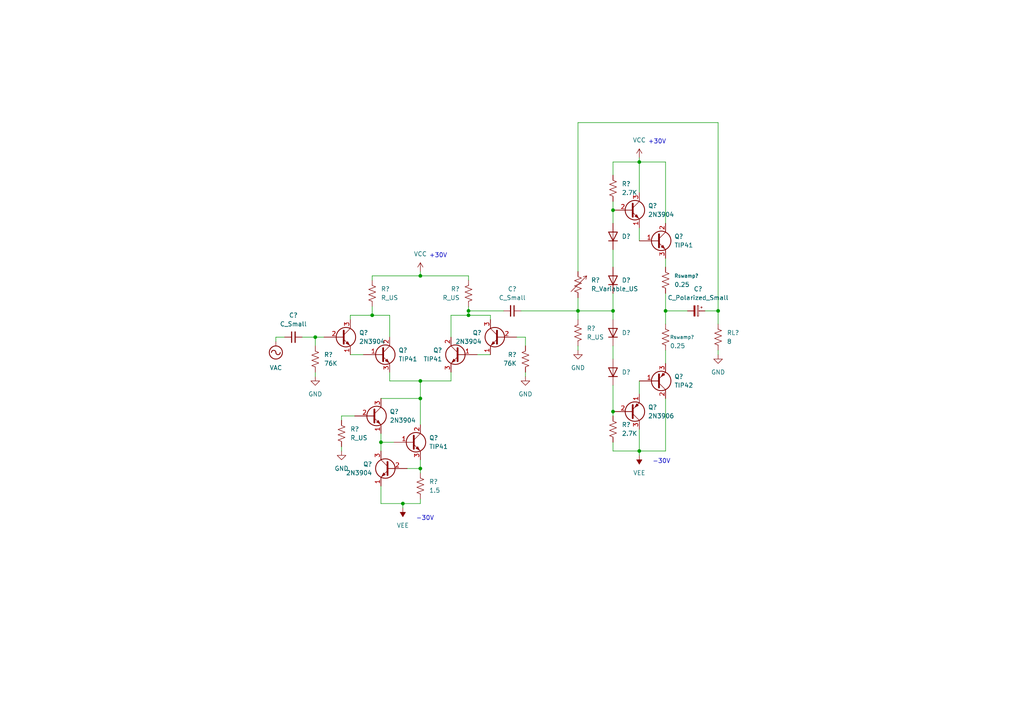
<source format=kicad_sch>
(kicad_sch (version 20211123) (generator eeschema)

  (uuid e63e39d7-6ac0-4ffd-8aa3-1841a4541b55)

  (paper "A4")

  (lib_symbols
    (symbol "Device:C_Polarized_Small" (pin_numbers hide) (pin_names (offset 0.254) hide) (in_bom yes) (on_board yes)
      (property "Reference" "C" (id 0) (at 0.254 1.778 0)
        (effects (font (size 1.27 1.27)) (justify left))
      )
      (property "Value" "C_Polarized_Small" (id 1) (at 0.254 -2.032 0)
        (effects (font (size 1.27 1.27)) (justify left))
      )
      (property "Footprint" "" (id 2) (at 0 0 0)
        (effects (font (size 1.27 1.27)) hide)
      )
      (property "Datasheet" "~" (id 3) (at 0 0 0)
        (effects (font (size 1.27 1.27)) hide)
      )
      (property "ki_keywords" "cap capacitor" (id 4) (at 0 0 0)
        (effects (font (size 1.27 1.27)) hide)
      )
      (property "ki_description" "Polarized capacitor, small symbol" (id 5) (at 0 0 0)
        (effects (font (size 1.27 1.27)) hide)
      )
      (property "ki_fp_filters" "CP_*" (id 6) (at 0 0 0)
        (effects (font (size 1.27 1.27)) hide)
      )
      (symbol "C_Polarized_Small_0_1"
        (rectangle (start -1.524 -0.3048) (end 1.524 -0.6858)
          (stroke (width 0) (type default) (color 0 0 0 0))
          (fill (type outline))
        )
        (rectangle (start -1.524 0.6858) (end 1.524 0.3048)
          (stroke (width 0) (type default) (color 0 0 0 0))
          (fill (type none))
        )
        (polyline
          (pts
            (xy -1.27 1.524)
            (xy -0.762 1.524)
          )
          (stroke (width 0) (type default) (color 0 0 0 0))
          (fill (type none))
        )
        (polyline
          (pts
            (xy -1.016 1.27)
            (xy -1.016 1.778)
          )
          (stroke (width 0) (type default) (color 0 0 0 0))
          (fill (type none))
        )
      )
      (symbol "C_Polarized_Small_1_1"
        (pin passive line (at 0 2.54 270) (length 1.8542)
          (name "~" (effects (font (size 1.27 1.27))))
          (number "1" (effects (font (size 1.27 1.27))))
        )
        (pin passive line (at 0 -2.54 90) (length 1.8542)
          (name "~" (effects (font (size 1.27 1.27))))
          (number "2" (effects (font (size 1.27 1.27))))
        )
      )
    )
    (symbol "Device:C_Small" (pin_numbers hide) (pin_names (offset 0.254) hide) (in_bom yes) (on_board yes)
      (property "Reference" "C" (id 0) (at 0.254 1.778 0)
        (effects (font (size 1.27 1.27)) (justify left))
      )
      (property "Value" "C_Small" (id 1) (at 0.254 -2.032 0)
        (effects (font (size 1.27 1.27)) (justify left))
      )
      (property "Footprint" "" (id 2) (at 0 0 0)
        (effects (font (size 1.27 1.27)) hide)
      )
      (property "Datasheet" "~" (id 3) (at 0 0 0)
        (effects (font (size 1.27 1.27)) hide)
      )
      (property "ki_keywords" "capacitor cap" (id 4) (at 0 0 0)
        (effects (font (size 1.27 1.27)) hide)
      )
      (property "ki_description" "Unpolarized capacitor, small symbol" (id 5) (at 0 0 0)
        (effects (font (size 1.27 1.27)) hide)
      )
      (property "ki_fp_filters" "C_*" (id 6) (at 0 0 0)
        (effects (font (size 1.27 1.27)) hide)
      )
      (symbol "C_Small_0_1"
        (polyline
          (pts
            (xy -1.524 -0.508)
            (xy 1.524 -0.508)
          )
          (stroke (width 0.3302) (type default) (color 0 0 0 0))
          (fill (type none))
        )
        (polyline
          (pts
            (xy -1.524 0.508)
            (xy 1.524 0.508)
          )
          (stroke (width 0.3048) (type default) (color 0 0 0 0))
          (fill (type none))
        )
      )
      (symbol "C_Small_1_1"
        (pin passive line (at 0 2.54 270) (length 2.032)
          (name "~" (effects (font (size 1.27 1.27))))
          (number "1" (effects (font (size 1.27 1.27))))
        )
        (pin passive line (at 0 -2.54 90) (length 2.032)
          (name "~" (effects (font (size 1.27 1.27))))
          (number "2" (effects (font (size 1.27 1.27))))
        )
      )
    )
    (symbol "Device:R_US" (pin_numbers hide) (pin_names (offset 0)) (in_bom yes) (on_board yes)
      (property "Reference" "R" (id 0) (at 2.54 0 90)
        (effects (font (size 1.27 1.27)))
      )
      (property "Value" "R_US" (id 1) (at -2.54 0 90)
        (effects (font (size 1.27 1.27)))
      )
      (property "Footprint" "" (id 2) (at 1.016 -0.254 90)
        (effects (font (size 1.27 1.27)) hide)
      )
      (property "Datasheet" "~" (id 3) (at 0 0 0)
        (effects (font (size 1.27 1.27)) hide)
      )
      (property "ki_keywords" "R res resistor" (id 4) (at 0 0 0)
        (effects (font (size 1.27 1.27)) hide)
      )
      (property "ki_description" "Resistor, US symbol" (id 5) (at 0 0 0)
        (effects (font (size 1.27 1.27)) hide)
      )
      (property "ki_fp_filters" "R_*" (id 6) (at 0 0 0)
        (effects (font (size 1.27 1.27)) hide)
      )
      (symbol "R_US_0_1"
        (polyline
          (pts
            (xy 0 -2.286)
            (xy 0 -2.54)
          )
          (stroke (width 0) (type default) (color 0 0 0 0))
          (fill (type none))
        )
        (polyline
          (pts
            (xy 0 2.286)
            (xy 0 2.54)
          )
          (stroke (width 0) (type default) (color 0 0 0 0))
          (fill (type none))
        )
        (polyline
          (pts
            (xy 0 -0.762)
            (xy 1.016 -1.143)
            (xy 0 -1.524)
            (xy -1.016 -1.905)
            (xy 0 -2.286)
          )
          (stroke (width 0) (type default) (color 0 0 0 0))
          (fill (type none))
        )
        (polyline
          (pts
            (xy 0 0.762)
            (xy 1.016 0.381)
            (xy 0 0)
            (xy -1.016 -0.381)
            (xy 0 -0.762)
          )
          (stroke (width 0) (type default) (color 0 0 0 0))
          (fill (type none))
        )
        (polyline
          (pts
            (xy 0 2.286)
            (xy 1.016 1.905)
            (xy 0 1.524)
            (xy -1.016 1.143)
            (xy 0 0.762)
          )
          (stroke (width 0) (type default) (color 0 0 0 0))
          (fill (type none))
        )
      )
      (symbol "R_US_1_1"
        (pin passive line (at 0 3.81 270) (length 1.27)
          (name "~" (effects (font (size 1.27 1.27))))
          (number "1" (effects (font (size 1.27 1.27))))
        )
        (pin passive line (at 0 -3.81 90) (length 1.27)
          (name "~" (effects (font (size 1.27 1.27))))
          (number "2" (effects (font (size 1.27 1.27))))
        )
      )
    )
    (symbol "Device:R_Variable_US" (pin_numbers hide) (pin_names (offset 0)) (in_bom yes) (on_board yes)
      (property "Reference" "R" (id 0) (at 2.54 -2.54 90)
        (effects (font (size 1.27 1.27)) (justify left))
      )
      (property "Value" "R_Variable_US" (id 1) (at -2.54 -1.27 90)
        (effects (font (size 1.27 1.27)) (justify left))
      )
      (property "Footprint" "" (id 2) (at -1.778 0 90)
        (effects (font (size 1.27 1.27)) hide)
      )
      (property "Datasheet" "~" (id 3) (at 0 0 0)
        (effects (font (size 1.27 1.27)) hide)
      )
      (property "ki_keywords" "R res resistor variable potentiometer rheostat" (id 4) (at 0 0 0)
        (effects (font (size 1.27 1.27)) hide)
      )
      (property "ki_description" "Variable resistor, US symbol" (id 5) (at 0 0 0)
        (effects (font (size 1.27 1.27)) hide)
      )
      (property "ki_fp_filters" "R_*" (id 6) (at 0 0 0)
        (effects (font (size 1.27 1.27)) hide)
      )
      (symbol "R_Variable_US_0_1"
        (polyline
          (pts
            (xy 0 -2.286)
            (xy 0 -2.54)
          )
          (stroke (width 0) (type default) (color 0 0 0 0))
          (fill (type none))
        )
        (polyline
          (pts
            (xy 0 2.286)
            (xy 0 2.54)
          )
          (stroke (width 0) (type default) (color 0 0 0 0))
          (fill (type none))
        )
        (polyline
          (pts
            (xy 0 -0.762)
            (xy 1.016 -1.143)
            (xy 0 -1.524)
            (xy -1.016 -1.905)
            (xy 0 -2.286)
          )
          (stroke (width 0) (type default) (color 0 0 0 0))
          (fill (type none))
        )
        (polyline
          (pts
            (xy 0 0.762)
            (xy 1.016 0.381)
            (xy 0 0)
            (xy -1.016 -0.381)
            (xy 0 -0.762)
          )
          (stroke (width 0) (type default) (color 0 0 0 0))
          (fill (type none))
        )
        (polyline
          (pts
            (xy 0 2.286)
            (xy 1.016 1.905)
            (xy 0 1.524)
            (xy -1.016 1.143)
            (xy 0 0.762)
          )
          (stroke (width 0.1524) (type default) (color 0 0 0 0))
          (fill (type none))
        )
        (polyline
          (pts
            (xy 2.286 1.524)
            (xy 2.54 2.54)
            (xy 1.524 2.286)
            (xy 2.54 2.54)
            (xy -2.032 -2.032)
          )
          (stroke (width 0.1524) (type default) (color 0 0 0 0))
          (fill (type none))
        )
      )
      (symbol "R_Variable_US_1_1"
        (pin passive line (at 0 3.81 270) (length 1.27)
          (name "~" (effects (font (size 1.27 1.27))))
          (number "1" (effects (font (size 1.27 1.27))))
        )
        (pin passive line (at 0 -3.81 90) (length 1.27)
          (name "~" (effects (font (size 1.27 1.27))))
          (number "2" (effects (font (size 1.27 1.27))))
        )
      )
    )
    (symbol "Simulation_SPICE:DIODE" (pin_numbers hide) (pin_names (offset 1.016) hide) (in_bom yes) (on_board yes)
      (property "Reference" "D" (id 0) (at 0 2.54 0)
        (effects (font (size 1.27 1.27)))
      )
      (property "Value" "DIODE" (id 1) (at 0 -2.54 0)
        (effects (font (size 1.27 1.27)))
      )
      (property "Footprint" "" (id 2) (at 0 0 0)
        (effects (font (size 1.27 1.27)) hide)
      )
      (property "Datasheet" "~" (id 3) (at 0 0 0)
        (effects (font (size 1.27 1.27)) hide)
      )
      (property "Spice_Netlist_Enabled" "Y" (id 4) (at 0 0 0)
        (effects (font (size 1.27 1.27)) (justify left) hide)
      )
      (property "Spice_Primitive" "D" (id 5) (at 0 0 0)
        (effects (font (size 1.27 1.27)) (justify left) hide)
      )
      (property "ki_keywords" "simulation" (id 6) (at 0 0 0)
        (effects (font (size 1.27 1.27)) hide)
      )
      (property "ki_description" "Diode, anode on pin 1, for simulation only!" (id 7) (at 0 0 0)
        (effects (font (size 1.27 1.27)) hide)
      )
      (symbol "DIODE_0_1"
        (polyline
          (pts
            (xy 1.27 0)
            (xy -1.27 0)
          )
          (stroke (width 0) (type default) (color 0 0 0 0))
          (fill (type none))
        )
        (polyline
          (pts
            (xy 1.27 1.27)
            (xy 1.27 -1.27)
          )
          (stroke (width 0.254) (type default) (color 0 0 0 0))
          (fill (type none))
        )
        (polyline
          (pts
            (xy -1.27 -1.27)
            (xy -1.27 1.27)
            (xy 1.27 0)
            (xy -1.27 -1.27)
          )
          (stroke (width 0.254) (type default) (color 0 0 0 0))
          (fill (type none))
        )
      )
      (symbol "DIODE_1_1"
        (pin passive line (at -3.81 0 0) (length 2.54)
          (name "A" (effects (font (size 1.27 1.27))))
          (number "1" (effects (font (size 1.27 1.27))))
        )
        (pin passive line (at 3.81 0 180) (length 2.54)
          (name "K" (effects (font (size 1.27 1.27))))
          (number "2" (effects (font (size 1.27 1.27))))
        )
      )
    )
    (symbol "Transistor_BJT:2N3904" (pin_names (offset 0) hide) (in_bom yes) (on_board yes)
      (property "Reference" "Q" (id 0) (at 5.08 1.905 0)
        (effects (font (size 1.27 1.27)) (justify left))
      )
      (property "Value" "2N3904" (id 1) (at 5.08 0 0)
        (effects (font (size 1.27 1.27)) (justify left))
      )
      (property "Footprint" "Package_TO_SOT_THT:TO-92_Inline" (id 2) (at 5.08 -1.905 0)
        (effects (font (size 1.27 1.27) italic) (justify left) hide)
      )
      (property "Datasheet" "https://www.onsemi.com/pub/Collateral/2N3903-D.PDF" (id 3) (at 0 0 0)
        (effects (font (size 1.27 1.27)) (justify left) hide)
      )
      (property "ki_keywords" "NPN Transistor" (id 4) (at 0 0 0)
        (effects (font (size 1.27 1.27)) hide)
      )
      (property "ki_description" "0.2A Ic, 40V Vce, Small Signal NPN Transistor, TO-92" (id 5) (at 0 0 0)
        (effects (font (size 1.27 1.27)) hide)
      )
      (property "ki_fp_filters" "TO?92*" (id 6) (at 0 0 0)
        (effects (font (size 1.27 1.27)) hide)
      )
      (symbol "2N3904_0_1"
        (polyline
          (pts
            (xy 0.635 0.635)
            (xy 2.54 2.54)
          )
          (stroke (width 0) (type default) (color 0 0 0 0))
          (fill (type none))
        )
        (polyline
          (pts
            (xy 0.635 -0.635)
            (xy 2.54 -2.54)
            (xy 2.54 -2.54)
          )
          (stroke (width 0) (type default) (color 0 0 0 0))
          (fill (type none))
        )
        (polyline
          (pts
            (xy 0.635 1.905)
            (xy 0.635 -1.905)
            (xy 0.635 -1.905)
          )
          (stroke (width 0.508) (type default) (color 0 0 0 0))
          (fill (type none))
        )
        (polyline
          (pts
            (xy 1.27 -1.778)
            (xy 1.778 -1.27)
            (xy 2.286 -2.286)
            (xy 1.27 -1.778)
            (xy 1.27 -1.778)
          )
          (stroke (width 0) (type default) (color 0 0 0 0))
          (fill (type outline))
        )
        (circle (center 1.27 0) (radius 2.8194)
          (stroke (width 0.254) (type default) (color 0 0 0 0))
          (fill (type none))
        )
      )
      (symbol "2N3904_1_1"
        (pin passive line (at 2.54 -5.08 90) (length 2.54)
          (name "E" (effects (font (size 1.27 1.27))))
          (number "1" (effects (font (size 1.27 1.27))))
        )
        (pin passive line (at -5.08 0 0) (length 5.715)
          (name "B" (effects (font (size 1.27 1.27))))
          (number "2" (effects (font (size 1.27 1.27))))
        )
        (pin passive line (at 2.54 5.08 270) (length 2.54)
          (name "C" (effects (font (size 1.27 1.27))))
          (number "3" (effects (font (size 1.27 1.27))))
        )
      )
    )
    (symbol "Transistor_BJT:2N3906" (pin_names (offset 0) hide) (in_bom yes) (on_board yes)
      (property "Reference" "Q" (id 0) (at 5.08 1.905 0)
        (effects (font (size 1.27 1.27)) (justify left))
      )
      (property "Value" "2N3906" (id 1) (at 5.08 0 0)
        (effects (font (size 1.27 1.27)) (justify left))
      )
      (property "Footprint" "Package_TO_SOT_THT:TO-92_Inline" (id 2) (at 5.08 -1.905 0)
        (effects (font (size 1.27 1.27) italic) (justify left) hide)
      )
      (property "Datasheet" "https://www.onsemi.com/pub/Collateral/2N3906-D.PDF" (id 3) (at 0 0 0)
        (effects (font (size 1.27 1.27)) (justify left) hide)
      )
      (property "ki_keywords" "PNP Transistor" (id 4) (at 0 0 0)
        (effects (font (size 1.27 1.27)) hide)
      )
      (property "ki_description" "-0.2A Ic, -40V Vce, Small Signal PNP Transistor, TO-92" (id 5) (at 0 0 0)
        (effects (font (size 1.27 1.27)) hide)
      )
      (property "ki_fp_filters" "TO?92*" (id 6) (at 0 0 0)
        (effects (font (size 1.27 1.27)) hide)
      )
      (symbol "2N3906_0_1"
        (polyline
          (pts
            (xy 0.635 0.635)
            (xy 2.54 2.54)
          )
          (stroke (width 0) (type default) (color 0 0 0 0))
          (fill (type none))
        )
        (polyline
          (pts
            (xy 0.635 -0.635)
            (xy 2.54 -2.54)
            (xy 2.54 -2.54)
          )
          (stroke (width 0) (type default) (color 0 0 0 0))
          (fill (type none))
        )
        (polyline
          (pts
            (xy 0.635 1.905)
            (xy 0.635 -1.905)
            (xy 0.635 -1.905)
          )
          (stroke (width 0.508) (type default) (color 0 0 0 0))
          (fill (type none))
        )
        (polyline
          (pts
            (xy 2.286 -1.778)
            (xy 1.778 -2.286)
            (xy 1.27 -1.27)
            (xy 2.286 -1.778)
            (xy 2.286 -1.778)
          )
          (stroke (width 0) (type default) (color 0 0 0 0))
          (fill (type outline))
        )
        (circle (center 1.27 0) (radius 2.8194)
          (stroke (width 0.254) (type default) (color 0 0 0 0))
          (fill (type none))
        )
      )
      (symbol "2N3906_1_1"
        (pin passive line (at 2.54 -5.08 90) (length 2.54)
          (name "E" (effects (font (size 1.27 1.27))))
          (number "1" (effects (font (size 1.27 1.27))))
        )
        (pin input line (at -5.08 0 0) (length 5.715)
          (name "B" (effects (font (size 1.27 1.27))))
          (number "2" (effects (font (size 1.27 1.27))))
        )
        (pin passive line (at 2.54 5.08 270) (length 2.54)
          (name "C" (effects (font (size 1.27 1.27))))
          (number "3" (effects (font (size 1.27 1.27))))
        )
      )
    )
    (symbol "Transistor_BJT:TIP41" (pin_names (offset 0) hide) (in_bom yes) (on_board yes)
      (property "Reference" "Q" (id 0) (at 6.35 1.905 0)
        (effects (font (size 1.27 1.27)) (justify left))
      )
      (property "Value" "TIP41" (id 1) (at 6.35 0 0)
        (effects (font (size 1.27 1.27)) (justify left))
      )
      (property "Footprint" "Package_TO_SOT_THT:TO-220-3_Vertical" (id 2) (at 6.35 -1.905 0)
        (effects (font (size 1.27 1.27) italic) (justify left) hide)
      )
      (property "Datasheet" "https://www.centralsemi.com/get_document.php?cmp=1&mergetype=pd&mergepath=pd&pdf_id=tip41.PDF" (id 3) (at 0 0 0)
        (effects (font (size 1.27 1.27)) (justify left) hide)
      )
      (property "ki_keywords" "power NPN Transistor" (id 4) (at 0 0 0)
        (effects (font (size 1.27 1.27)) hide)
      )
      (property "ki_description" "6A Ic, 40V Vce, Power NPN Transistor, TO-220" (id 5) (at 0 0 0)
        (effects (font (size 1.27 1.27)) hide)
      )
      (property "ki_fp_filters" "TO?220*" (id 6) (at 0 0 0)
        (effects (font (size 1.27 1.27)) hide)
      )
      (symbol "TIP41_0_1"
        (polyline
          (pts
            (xy 0.635 0.635)
            (xy 2.54 2.54)
          )
          (stroke (width 0) (type default) (color 0 0 0 0))
          (fill (type none))
        )
        (polyline
          (pts
            (xy 0.635 -0.635)
            (xy 2.54 -2.54)
            (xy 2.54 -2.54)
          )
          (stroke (width 0) (type default) (color 0 0 0 0))
          (fill (type none))
        )
        (polyline
          (pts
            (xy 0.635 1.905)
            (xy 0.635 -1.905)
            (xy 0.635 -1.905)
          )
          (stroke (width 0.508) (type default) (color 0 0 0 0))
          (fill (type none))
        )
        (polyline
          (pts
            (xy 1.27 -1.778)
            (xy 1.778 -1.27)
            (xy 2.286 -2.286)
            (xy 1.27 -1.778)
            (xy 1.27 -1.778)
          )
          (stroke (width 0) (type default) (color 0 0 0 0))
          (fill (type outline))
        )
        (circle (center 1.27 0) (radius 2.8194)
          (stroke (width 0.254) (type default) (color 0 0 0 0))
          (fill (type none))
        )
      )
      (symbol "TIP41_1_1"
        (pin input line (at -5.08 0 0) (length 5.715)
          (name "B" (effects (font (size 1.27 1.27))))
          (number "1" (effects (font (size 1.27 1.27))))
        )
        (pin passive line (at 2.54 5.08 270) (length 2.54)
          (name "C" (effects (font (size 1.27 1.27))))
          (number "2" (effects (font (size 1.27 1.27))))
        )
        (pin passive line (at 2.54 -5.08 90) (length 2.54)
          (name "E" (effects (font (size 1.27 1.27))))
          (number "3" (effects (font (size 1.27 1.27))))
        )
      )
    )
    (symbol "Transistor_BJT:TIP42" (pin_names (offset 0) hide) (in_bom yes) (on_board yes)
      (property "Reference" "Q" (id 0) (at 6.35 1.905 0)
        (effects (font (size 1.27 1.27)) (justify left))
      )
      (property "Value" "TIP42" (id 1) (at 6.35 0 0)
        (effects (font (size 1.27 1.27)) (justify left))
      )
      (property "Footprint" "Package_TO_SOT_THT:TO-220-3_Vertical" (id 2) (at 6.35 -1.905 0)
        (effects (font (size 1.27 1.27) italic) (justify left) hide)
      )
      (property "Datasheet" "https://www.centralsemi.com/get_document.php?cmp=1&mergetype=pd&mergepath=pd&pdf_id=TIP42.PDF" (id 3) (at 0 0 0)
        (effects (font (size 1.27 1.27)) (justify left) hide)
      )
      (property "ki_keywords" "power PNP Transistor" (id 4) (at 0 0 0)
        (effects (font (size 1.27 1.27)) hide)
      )
      (property "ki_description" "-6A Ic, -40V Vce, Power PNP Transistor, TO-220" (id 5) (at 0 0 0)
        (effects (font (size 1.27 1.27)) hide)
      )
      (property "ki_fp_filters" "TO?220*" (id 6) (at 0 0 0)
        (effects (font (size 1.27 1.27)) hide)
      )
      (symbol "TIP42_0_1"
        (polyline
          (pts
            (xy 0.635 0.635)
            (xy 2.54 2.54)
          )
          (stroke (width 0) (type default) (color 0 0 0 0))
          (fill (type none))
        )
        (polyline
          (pts
            (xy 0.635 -0.635)
            (xy 2.54 -2.54)
            (xy 2.54 -2.54)
          )
          (stroke (width 0) (type default) (color 0 0 0 0))
          (fill (type none))
        )
        (polyline
          (pts
            (xy 0.635 1.905)
            (xy 0.635 -1.905)
            (xy 0.635 -1.905)
          )
          (stroke (width 0.508) (type default) (color 0 0 0 0))
          (fill (type none))
        )
        (polyline
          (pts
            (xy 2.286 -1.778)
            (xy 1.778 -2.286)
            (xy 1.27 -1.27)
            (xy 2.286 -1.778)
            (xy 2.286 -1.778)
          )
          (stroke (width 0) (type default) (color 0 0 0 0))
          (fill (type outline))
        )
        (circle (center 1.27 0) (radius 2.8194)
          (stroke (width 0.254) (type default) (color 0 0 0 0))
          (fill (type none))
        )
      )
      (symbol "TIP42_1_1"
        (pin input line (at -5.08 0 0) (length 5.715)
          (name "B" (effects (font (size 1.27 1.27))))
          (number "1" (effects (font (size 1.27 1.27))))
        )
        (pin passive line (at 2.54 5.08 270) (length 2.54)
          (name "C" (effects (font (size 1.27 1.27))))
          (number "2" (effects (font (size 1.27 1.27))))
        )
        (pin passive line (at 2.54 -5.08 90) (length 2.54)
          (name "E" (effects (font (size 1.27 1.27))))
          (number "3" (effects (font (size 1.27 1.27))))
        )
      )
    )
    (symbol "power:GND" (power) (pin_names (offset 0)) (in_bom yes) (on_board yes)
      (property "Reference" "#PWR" (id 0) (at 0 -6.35 0)
        (effects (font (size 1.27 1.27)) hide)
      )
      (property "Value" "GND" (id 1) (at 0 -3.81 0)
        (effects (font (size 1.27 1.27)))
      )
      (property "Footprint" "" (id 2) (at 0 0 0)
        (effects (font (size 1.27 1.27)) hide)
      )
      (property "Datasheet" "" (id 3) (at 0 0 0)
        (effects (font (size 1.27 1.27)) hide)
      )
      (property "ki_keywords" "power-flag" (id 4) (at 0 0 0)
        (effects (font (size 1.27 1.27)) hide)
      )
      (property "ki_description" "Power symbol creates a global label with name \"GND\" , ground" (id 5) (at 0 0 0)
        (effects (font (size 1.27 1.27)) hide)
      )
      (symbol "GND_0_1"
        (polyline
          (pts
            (xy 0 0)
            (xy 0 -1.27)
            (xy 1.27 -1.27)
            (xy 0 -2.54)
            (xy -1.27 -1.27)
            (xy 0 -1.27)
          )
          (stroke (width 0) (type default) (color 0 0 0 0))
          (fill (type none))
        )
      )
      (symbol "GND_1_1"
        (pin power_in line (at 0 0 270) (length 0) hide
          (name "GND" (effects (font (size 1.27 1.27))))
          (number "1" (effects (font (size 1.27 1.27))))
        )
      )
    )
    (symbol "power:VAC" (power) (pin_names (offset 0)) (in_bom yes) (on_board yes)
      (property "Reference" "#PWR" (id 0) (at 0 -2.54 0)
        (effects (font (size 1.27 1.27)) hide)
      )
      (property "Value" "VAC" (id 1) (at 0 6.35 0)
        (effects (font (size 1.27 1.27)))
      )
      (property "Footprint" "" (id 2) (at 0 0 0)
        (effects (font (size 1.27 1.27)) hide)
      )
      (property "Datasheet" "" (id 3) (at 0 0 0)
        (effects (font (size 1.27 1.27)) hide)
      )
      (property "ki_keywords" "power-flag" (id 4) (at 0 0 0)
        (effects (font (size 1.27 1.27)) hide)
      )
      (property "ki_description" "Power symbol creates a global label with name \"VAC\"" (id 5) (at 0 0 0)
        (effects (font (size 1.27 1.27)) hide)
      )
      (symbol "VAC_0_1"
        (polyline
          (pts
            (xy 0 0)
            (xy 0 1.27)
          )
          (stroke (width 0) (type default) (color 0 0 0 0))
          (fill (type none))
        )
        (arc (start 0 3.175) (mid -0.635 3.81) (end -1.27 3.175)
          (stroke (width 0.254) (type default) (color 0 0 0 0))
          (fill (type none))
        )
        (arc (start 0 3.175) (mid 0.635 2.54) (end 1.27 3.175)
          (stroke (width 0.254) (type default) (color 0 0 0 0))
          (fill (type none))
        )
        (circle (center 0 3.175) (radius 1.905)
          (stroke (width 0.254) (type default) (color 0 0 0 0))
          (fill (type none))
        )
      )
      (symbol "VAC_1_1"
        (pin power_in line (at 0 0 90) (length 0) hide
          (name "VAC" (effects (font (size 1.27 1.27))))
          (number "1" (effects (font (size 1.27 1.27))))
        )
      )
    )
    (symbol "power:VCC" (power) (pin_names (offset 0)) (in_bom yes) (on_board yes)
      (property "Reference" "#PWR" (id 0) (at 0 -3.81 0)
        (effects (font (size 1.27 1.27)) hide)
      )
      (property "Value" "VCC" (id 1) (at 0 3.81 0)
        (effects (font (size 1.27 1.27)))
      )
      (property "Footprint" "" (id 2) (at 0 0 0)
        (effects (font (size 1.27 1.27)) hide)
      )
      (property "Datasheet" "" (id 3) (at 0 0 0)
        (effects (font (size 1.27 1.27)) hide)
      )
      (property "ki_keywords" "power-flag" (id 4) (at 0 0 0)
        (effects (font (size 1.27 1.27)) hide)
      )
      (property "ki_description" "Power symbol creates a global label with name \"VCC\"" (id 5) (at 0 0 0)
        (effects (font (size 1.27 1.27)) hide)
      )
      (symbol "VCC_0_1"
        (polyline
          (pts
            (xy -0.762 1.27)
            (xy 0 2.54)
          )
          (stroke (width 0) (type default) (color 0 0 0 0))
          (fill (type none))
        )
        (polyline
          (pts
            (xy 0 0)
            (xy 0 2.54)
          )
          (stroke (width 0) (type default) (color 0 0 0 0))
          (fill (type none))
        )
        (polyline
          (pts
            (xy 0 2.54)
            (xy 0.762 1.27)
          )
          (stroke (width 0) (type default) (color 0 0 0 0))
          (fill (type none))
        )
      )
      (symbol "VCC_1_1"
        (pin power_in line (at 0 0 90) (length 0) hide
          (name "VCC" (effects (font (size 1.27 1.27))))
          (number "1" (effects (font (size 1.27 1.27))))
        )
      )
    )
    (symbol "power:VEE" (power) (pin_names (offset 0)) (in_bom yes) (on_board yes)
      (property "Reference" "#PWR" (id 0) (at 0 -3.81 0)
        (effects (font (size 1.27 1.27)) hide)
      )
      (property "Value" "VEE" (id 1) (at 0 3.81 0)
        (effects (font (size 1.27 1.27)))
      )
      (property "Footprint" "" (id 2) (at 0 0 0)
        (effects (font (size 1.27 1.27)) hide)
      )
      (property "Datasheet" "" (id 3) (at 0 0 0)
        (effects (font (size 1.27 1.27)) hide)
      )
      (property "ki_keywords" "power-flag" (id 4) (at 0 0 0)
        (effects (font (size 1.27 1.27)) hide)
      )
      (property "ki_description" "Power symbol creates a global label with name \"VEE\"" (id 5) (at 0 0 0)
        (effects (font (size 1.27 1.27)) hide)
      )
      (symbol "VEE_0_1"
        (polyline
          (pts
            (xy 0 0)
            (xy 0 2.54)
          )
          (stroke (width 0) (type default) (color 0 0 0 0))
          (fill (type none))
        )
        (polyline
          (pts
            (xy 0.762 1.27)
            (xy -0.762 1.27)
            (xy 0 2.54)
            (xy 0.762 1.27)
          )
          (stroke (width 0) (type default) (color 0 0 0 0))
          (fill (type outline))
        )
      )
      (symbol "VEE_1_1"
        (pin power_in line (at 0 0 90) (length 0) hide
          (name "VEE" (effects (font (size 1.27 1.27))))
          (number "1" (effects (font (size 1.27 1.27))))
        )
      )
    )
  )

  (junction (at 167.64 90.17) (diameter 0) (color 0 0 0 0)
    (uuid 1a4ea95c-f01a-47e9-8987-63ba78751471)
  )
  (junction (at 121.92 110.49) (diameter 0) (color 0 0 0 0)
    (uuid 27045eff-cfa6-48a3-8ac1-041b29f3a860)
  )
  (junction (at 121.92 135.89) (diameter 0) (color 0 0 0 0)
    (uuid 28074a54-6561-4e67-aa20-b1bf7d22e0c2)
  )
  (junction (at 110.49 128.27) (diameter 0) (color 0 0 0 0)
    (uuid 2e96a2dd-9fde-441d-9f8b-dd557a553d45)
  )
  (junction (at 208.28 90.17) (diameter 0) (color 0 0 0 0)
    (uuid 3307f0ac-720c-4525-b464-4db3ba063ad1)
  )
  (junction (at 185.42 130.81) (diameter 0) (color 0 0 0 0)
    (uuid 3cec64f3-430d-40ff-9674-ee740c5409ad)
  )
  (junction (at 135.89 90.17) (diameter 0) (color 0 0 0 0)
    (uuid 3f3a262e-6dae-4740-8786-a3cc3d68b524)
  )
  (junction (at 193.04 90.17) (diameter 0) (color 0 0 0 0)
    (uuid 4269506d-9daf-426d-885d-e3fb00a0ee16)
  )
  (junction (at 121.92 115.57) (diameter 0) (color 0 0 0 0)
    (uuid 4888bf72-d7d8-40a5-b9ed-7a38cffa3185)
  )
  (junction (at 135.89 91.44) (diameter 0) (color 0 0 0 0)
    (uuid 51291451-d1a9-497b-8dff-7623baad2cae)
  )
  (junction (at 177.8 90.17) (diameter 0) (color 0 0 0 0)
    (uuid 5e8c51f8-977a-440e-9771-19adf4b0ecd5)
  )
  (junction (at 91.44 97.79) (diameter 0) (color 0 0 0 0)
    (uuid 63764dd8-3c2f-4e30-a115-02ca3bcbe0db)
  )
  (junction (at 107.95 91.44) (diameter 0) (color 0 0 0 0)
    (uuid 7a275d30-c5ed-47a5-abf9-bfb7e17b0c1d)
  )
  (junction (at 116.84 146.05) (diameter 0) (color 0 0 0 0)
    (uuid 993d5a70-c79f-4d2f-bb10-ec364148c9b0)
  )
  (junction (at 121.92 80.01) (diameter 0) (color 0 0 0 0)
    (uuid aeb839b2-caa6-41dd-a923-5369a689a8bf)
  )
  (junction (at 177.8 119.38) (diameter 0) (color 0 0 0 0)
    (uuid b07c5ef8-0e5e-44b4-abb3-1347dbf2ca72)
  )
  (junction (at 177.8 60.96) (diameter 0) (color 0 0 0 0)
    (uuid d81a7e36-8a3e-4e4b-af71-6d028115311a)
  )
  (junction (at 185.42 46.99) (diameter 0) (color 0 0 0 0)
    (uuid f0897c63-844b-4d3b-bfec-a211de7e5c03)
  )

  (wire (pts (xy 167.64 100.33) (xy 167.64 101.6))
    (stroke (width 0) (type default) (color 0 0 0 0))
    (uuid 0346434d-ba52-4268-9532-cecefd994eab)
  )
  (wire (pts (xy 193.04 74.93) (xy 193.04 77.47))
    (stroke (width 0) (type default) (color 0 0 0 0))
    (uuid 045205a8-9279-485c-8038-3762c5153a72)
  )
  (wire (pts (xy 208.28 90.17) (xy 208.28 93.98))
    (stroke (width 0) (type default) (color 0 0 0 0))
    (uuid 08ee2806-e55e-41f8-9c53-6129125beb79)
  )
  (wire (pts (xy 121.92 135.89) (xy 121.92 137.16))
    (stroke (width 0) (type default) (color 0 0 0 0))
    (uuid 098e70eb-be90-4f58-bb4f-08020a25764b)
  )
  (wire (pts (xy 142.24 102.87) (xy 138.43 102.87))
    (stroke (width 0) (type default) (color 0 0 0 0))
    (uuid 0a23553a-7050-4556-95ee-6f0902bbbe0f)
  )
  (wire (pts (xy 110.49 140.97) (xy 110.49 146.05))
    (stroke (width 0) (type default) (color 0 0 0 0))
    (uuid 0c7c6a1c-0b48-4b90-91eb-5d85c02062bd)
  )
  (wire (pts (xy 101.6 102.87) (xy 105.41 102.87))
    (stroke (width 0) (type default) (color 0 0 0 0))
    (uuid 0ce6b620-ee6f-42af-93e2-a02f20a21d58)
  )
  (wire (pts (xy 91.44 107.95) (xy 91.44 109.22))
    (stroke (width 0) (type default) (color 0 0 0 0))
    (uuid 0db6293a-93bc-41dd-95fa-8fc29dbc7585)
  )
  (wire (pts (xy 110.49 128.27) (xy 110.49 130.81))
    (stroke (width 0) (type default) (color 0 0 0 0))
    (uuid 0e3c9c66-afec-4dd9-bd93-a5214286b0f6)
  )
  (wire (pts (xy 185.42 124.46) (xy 185.42 130.81))
    (stroke (width 0) (type default) (color 0 0 0 0))
    (uuid 10beeb35-3377-4811-97a4-4a263f8451f2)
  )
  (wire (pts (xy 193.04 115.57) (xy 193.04 130.81))
    (stroke (width 0) (type default) (color 0 0 0 0))
    (uuid 11817391-1526-4200-bdc8-edbe5952f7ee)
  )
  (wire (pts (xy 130.81 110.49) (xy 130.81 107.95))
    (stroke (width 0) (type default) (color 0 0 0 0))
    (uuid 11c037e7-ec90-4dde-a108-28137fc98a7a)
  )
  (wire (pts (xy 167.64 90.17) (xy 177.8 90.17))
    (stroke (width 0) (type default) (color 0 0 0 0))
    (uuid 126ae682-f2dc-41b6-8684-f2d47ee652eb)
  )
  (wire (pts (xy 116.84 146.05) (xy 116.84 147.32))
    (stroke (width 0) (type default) (color 0 0 0 0))
    (uuid 160c0a21-417f-490c-a9ab-4537cd582d25)
  )
  (wire (pts (xy 110.49 125.73) (xy 110.49 128.27))
    (stroke (width 0) (type default) (color 0 0 0 0))
    (uuid 18ef2588-0d8d-4d81-a8a7-07ff73311e38)
  )
  (wire (pts (xy 193.04 46.99) (xy 185.42 46.99))
    (stroke (width 0) (type default) (color 0 0 0 0))
    (uuid 1be29aa5-6369-4af2-9d29-64b94ea3af80)
  )
  (wire (pts (xy 121.92 110.49) (xy 130.81 110.49))
    (stroke (width 0) (type default) (color 0 0 0 0))
    (uuid 1ea91c34-97e6-4966-81fd-9a959f04e4cd)
  )
  (wire (pts (xy 116.84 146.05) (xy 110.49 146.05))
    (stroke (width 0) (type default) (color 0 0 0 0))
    (uuid 24d91d54-3713-4cc7-8c9c-2d4b6a49091a)
  )
  (wire (pts (xy 177.8 60.96) (xy 177.8 64.77))
    (stroke (width 0) (type default) (color 0 0 0 0))
    (uuid 3218a936-51d9-4eb1-b908-1378610daab2)
  )
  (wire (pts (xy 107.95 80.01) (xy 121.92 80.01))
    (stroke (width 0) (type default) (color 0 0 0 0))
    (uuid 35a7f20b-09f4-4ee9-8315-c5f05da565d4)
  )
  (wire (pts (xy 185.42 132.08) (xy 185.42 130.81))
    (stroke (width 0) (type default) (color 0 0 0 0))
    (uuid 3673b76d-d077-4297-8878-917f33b0b836)
  )
  (wire (pts (xy 193.04 90.17) (xy 199.39 90.17))
    (stroke (width 0) (type default) (color 0 0 0 0))
    (uuid 3a230671-17af-42f4-896d-4c5cc92809b0)
  )
  (wire (pts (xy 193.04 93.98) (xy 193.04 90.17))
    (stroke (width 0) (type default) (color 0 0 0 0))
    (uuid 3c209570-d881-4f41-bd99-cc7fe70c86f6)
  )
  (wire (pts (xy 177.8 90.17) (xy 177.8 92.71))
    (stroke (width 0) (type default) (color 0 0 0 0))
    (uuid 3d12e021-776b-4f6c-80a0-0a716a502872)
  )
  (wire (pts (xy 135.89 90.17) (xy 146.05 90.17))
    (stroke (width 0) (type default) (color 0 0 0 0))
    (uuid 3e9449bd-7143-4608-953e-38ef377a8ea0)
  )
  (wire (pts (xy 167.64 86.36) (xy 167.64 90.17))
    (stroke (width 0) (type default) (color 0 0 0 0))
    (uuid 42ddc4d7-a84f-410d-8cd9-d04a5edcdaff)
  )
  (wire (pts (xy 193.04 85.09) (xy 193.04 90.17))
    (stroke (width 0) (type default) (color 0 0 0 0))
    (uuid 43b49e2a-9d2b-43e4-8b81-967058b80cd5)
  )
  (wire (pts (xy 99.06 120.65) (xy 102.87 120.65))
    (stroke (width 0) (type default) (color 0 0 0 0))
    (uuid 465ccf6b-0cea-4d5c-9331-0dddd0508dd5)
  )
  (wire (pts (xy 121.92 78.74) (xy 121.92 80.01))
    (stroke (width 0) (type default) (color 0 0 0 0))
    (uuid 49b13a5c-1624-4ca3-ae6f-b1045ac35261)
  )
  (wire (pts (xy 101.6 91.44) (xy 107.95 91.44))
    (stroke (width 0) (type default) (color 0 0 0 0))
    (uuid 4c162f40-f0e6-47bc-b677-ca34ddbed4cb)
  )
  (wire (pts (xy 208.28 90.17) (xy 208.28 35.56))
    (stroke (width 0) (type default) (color 0 0 0 0))
    (uuid 51691e97-82ef-4c43-9bc3-71a96fac5c28)
  )
  (wire (pts (xy 135.89 88.9) (xy 135.89 90.17))
    (stroke (width 0) (type default) (color 0 0 0 0))
    (uuid 53b3d34d-d85e-4daf-8556-f1d51d5f0c23)
  )
  (wire (pts (xy 80.01 97.79) (xy 80.01 99.06))
    (stroke (width 0) (type default) (color 0 0 0 0))
    (uuid 5cf9711b-feba-4930-9f3d-8a30c7dfc839)
  )
  (wire (pts (xy 113.03 110.49) (xy 121.92 110.49))
    (stroke (width 0) (type default) (color 0 0 0 0))
    (uuid 5d94d76f-cb39-496a-bb80-d7bffdc67a41)
  )
  (wire (pts (xy 113.03 91.44) (xy 113.03 97.79))
    (stroke (width 0) (type default) (color 0 0 0 0))
    (uuid 68c84129-667c-44a4-8770-a3fdd82e06a4)
  )
  (wire (pts (xy 121.92 144.78) (xy 121.92 146.05))
    (stroke (width 0) (type default) (color 0 0 0 0))
    (uuid 6dbf306c-12fc-4a07-a5ac-032abe21204e)
  )
  (wire (pts (xy 185.42 45.72) (xy 185.42 46.99))
    (stroke (width 0) (type default) (color 0 0 0 0))
    (uuid 6e690eb9-ade2-43ab-9adf-3c88837c1b19)
  )
  (wire (pts (xy 204.47 90.17) (xy 208.28 90.17))
    (stroke (width 0) (type default) (color 0 0 0 0))
    (uuid 705c7892-237b-4e77-988f-b050b29b6adc)
  )
  (wire (pts (xy 177.8 46.99) (xy 177.8 50.8))
    (stroke (width 0) (type default) (color 0 0 0 0))
    (uuid 74040d08-21b6-4e2a-8a8e-72ae51295911)
  )
  (wire (pts (xy 193.04 101.6) (xy 193.04 105.41))
    (stroke (width 0) (type default) (color 0 0 0 0))
    (uuid 7559ce4c-aece-4358-8ef5-0f5081f5553c)
  )
  (wire (pts (xy 185.42 114.3) (xy 185.42 110.49))
    (stroke (width 0) (type default) (color 0 0 0 0))
    (uuid 7614060e-e47d-4ffa-aeaf-b6ed5c905a7d)
  )
  (wire (pts (xy 121.92 80.01) (xy 135.89 80.01))
    (stroke (width 0) (type default) (color 0 0 0 0))
    (uuid 7840ce12-318c-42ae-9311-f2b9fbdce18e)
  )
  (wire (pts (xy 193.04 64.77) (xy 193.04 46.99))
    (stroke (width 0) (type default) (color 0 0 0 0))
    (uuid 78d81cf3-9a64-4251-9b80-fa39835c9314)
  )
  (wire (pts (xy 177.8 72.39) (xy 177.8 77.47))
    (stroke (width 0) (type default) (color 0 0 0 0))
    (uuid 7a566be5-80c7-4935-8755-429e52971698)
  )
  (wire (pts (xy 167.64 35.56) (xy 167.64 78.74))
    (stroke (width 0) (type default) (color 0 0 0 0))
    (uuid 7bc5e438-aee2-4b89-bff8-9adef14bf7bb)
  )
  (wire (pts (xy 107.95 81.28) (xy 107.95 80.01))
    (stroke (width 0) (type default) (color 0 0 0 0))
    (uuid 80c1b27e-cc1e-4b06-9502-3a35066477f4)
  )
  (wire (pts (xy 130.81 91.44) (xy 130.81 97.79))
    (stroke (width 0) (type default) (color 0 0 0 0))
    (uuid 85e5ed08-92be-4686-9d79-f451d0149287)
  )
  (wire (pts (xy 107.95 91.44) (xy 113.03 91.44))
    (stroke (width 0) (type default) (color 0 0 0 0))
    (uuid 9783d521-6ae9-468a-9f5a-9f4307b60c18)
  )
  (wire (pts (xy 113.03 107.95) (xy 113.03 110.49))
    (stroke (width 0) (type default) (color 0 0 0 0))
    (uuid 99d8b21d-265b-4bcc-9a16-816cb7b8dee7)
  )
  (wire (pts (xy 208.28 101.6) (xy 208.28 102.87))
    (stroke (width 0) (type default) (color 0 0 0 0))
    (uuid 9c8aa947-7f3e-441b-a248-f5eca663150c)
  )
  (wire (pts (xy 185.42 66.04) (xy 185.42 69.85))
    (stroke (width 0) (type default) (color 0 0 0 0))
    (uuid 9d2e621c-8301-4510-98e2-380223bcb438)
  )
  (wire (pts (xy 135.89 80.01) (xy 135.89 81.28))
    (stroke (width 0) (type default) (color 0 0 0 0))
    (uuid 9e25d0c3-1773-4885-932b-3dd30ea62709)
  )
  (wire (pts (xy 177.8 111.76) (xy 177.8 119.38))
    (stroke (width 0) (type default) (color 0 0 0 0))
    (uuid 9eecaaab-1fdf-427b-b687-a84c23d4c119)
  )
  (wire (pts (xy 91.44 97.79) (xy 93.98 97.79))
    (stroke (width 0) (type default) (color 0 0 0 0))
    (uuid a36eb778-74f2-41c9-bf02-3c254deb2102)
  )
  (wire (pts (xy 107.95 88.9) (xy 107.95 91.44))
    (stroke (width 0) (type default) (color 0 0 0 0))
    (uuid a5760197-62d8-4ad0-9537-9313c0aadb0f)
  )
  (wire (pts (xy 152.4 97.79) (xy 152.4 100.33))
    (stroke (width 0) (type default) (color 0 0 0 0))
    (uuid a7f863f5-37fd-44e7-8b0b-ba795f458961)
  )
  (wire (pts (xy 121.92 123.19) (xy 121.92 115.57))
    (stroke (width 0) (type default) (color 0 0 0 0))
    (uuid a956c586-aa9d-4080-9044-c03a3771c87b)
  )
  (wire (pts (xy 177.8 58.42) (xy 177.8 60.96))
    (stroke (width 0) (type default) (color 0 0 0 0))
    (uuid aaf97a65-2945-4106-ac48-204bbe0cd0d6)
  )
  (wire (pts (xy 121.92 146.05) (xy 116.84 146.05))
    (stroke (width 0) (type default) (color 0 0 0 0))
    (uuid abc276fb-9bce-4c7e-a380-d1de2615764d)
  )
  (wire (pts (xy 110.49 128.27) (xy 114.3 128.27))
    (stroke (width 0) (type default) (color 0 0 0 0))
    (uuid b20c0910-6b04-4fc2-9eaf-5ba270dbf3e0)
  )
  (wire (pts (xy 152.4 97.79) (xy 149.86 97.79))
    (stroke (width 0) (type default) (color 0 0 0 0))
    (uuid b4336e02-0785-44d1-8b49-408467efb4e3)
  )
  (wire (pts (xy 121.92 110.49) (xy 121.92 115.57))
    (stroke (width 0) (type default) (color 0 0 0 0))
    (uuid b5e5491c-eab2-4923-a2d4-0405d3869b56)
  )
  (wire (pts (xy 152.4 107.95) (xy 152.4 109.22))
    (stroke (width 0) (type default) (color 0 0 0 0))
    (uuid b68df6f5-ad60-4803-addc-120327550217)
  )
  (wire (pts (xy 185.42 130.81) (xy 193.04 130.81))
    (stroke (width 0) (type default) (color 0 0 0 0))
    (uuid ba57d4cf-8bca-4721-a6d0-92dba44559fa)
  )
  (wire (pts (xy 177.8 85.09) (xy 177.8 90.17))
    (stroke (width 0) (type default) (color 0 0 0 0))
    (uuid ba5a5550-3a46-44e2-a55f-a9c96ccb9e46)
  )
  (wire (pts (xy 177.8 130.81) (xy 185.42 130.81))
    (stroke (width 0) (type default) (color 0 0 0 0))
    (uuid bd55dc92-b59f-4d0e-b607-a51de2c670d1)
  )
  (wire (pts (xy 135.89 90.17) (xy 135.89 91.44))
    (stroke (width 0) (type default) (color 0 0 0 0))
    (uuid c8415ce0-34b0-409e-9a10-28b95d449ef8)
  )
  (wire (pts (xy 208.28 35.56) (xy 167.64 35.56))
    (stroke (width 0) (type default) (color 0 0 0 0))
    (uuid ca163c16-8630-44d5-a8f5-50863cc068d8)
  )
  (wire (pts (xy 121.92 133.35) (xy 121.92 135.89))
    (stroke (width 0) (type default) (color 0 0 0 0))
    (uuid d24428e2-2ac2-4886-85ab-72438cbb0cdd)
  )
  (wire (pts (xy 135.89 91.44) (xy 130.81 91.44))
    (stroke (width 0) (type default) (color 0 0 0 0))
    (uuid d2733ef0-45ba-42f8-b732-aa16695fb6ef)
  )
  (wire (pts (xy 185.42 55.88) (xy 185.42 46.99))
    (stroke (width 0) (type default) (color 0 0 0 0))
    (uuid d370d37d-454d-4939-b65a-88f36cb14523)
  )
  (wire (pts (xy 142.24 92.71) (xy 142.24 91.44))
    (stroke (width 0) (type default) (color 0 0 0 0))
    (uuid d5241dea-fff1-4c2b-ae9f-4bcf0712a7f2)
  )
  (wire (pts (xy 91.44 97.79) (xy 91.44 100.33))
    (stroke (width 0) (type default) (color 0 0 0 0))
    (uuid d8fba152-dd17-44d5-a8c6-5890732aef58)
  )
  (wire (pts (xy 167.64 90.17) (xy 167.64 92.71))
    (stroke (width 0) (type default) (color 0 0 0 0))
    (uuid dd6cb0c7-cca2-4205-af49-e9cf81d226b3)
  )
  (wire (pts (xy 118.11 135.89) (xy 121.92 135.89))
    (stroke (width 0) (type default) (color 0 0 0 0))
    (uuid ddc24eee-55ae-4774-ab1e-2b0f4a3f6c71)
  )
  (wire (pts (xy 142.24 91.44) (xy 135.89 91.44))
    (stroke (width 0) (type default) (color 0 0 0 0))
    (uuid df87d0eb-a52a-4e67-ad70-2fb3423d9cae)
  )
  (wire (pts (xy 151.13 90.17) (xy 167.64 90.17))
    (stroke (width 0) (type default) (color 0 0 0 0))
    (uuid e1f0e5a3-2be5-46d3-a7be-3ffb0efc98f5)
  )
  (wire (pts (xy 177.8 130.81) (xy 177.8 128.27))
    (stroke (width 0) (type default) (color 0 0 0 0))
    (uuid e3922cd0-46ba-4e0c-a1ff-f7daf7a5a314)
  )
  (wire (pts (xy 177.8 120.65) (xy 177.8 119.38))
    (stroke (width 0) (type default) (color 0 0 0 0))
    (uuid e4027d22-c029-4764-93b7-2ab4758b8107)
  )
  (wire (pts (xy 185.42 46.99) (xy 177.8 46.99))
    (stroke (width 0) (type default) (color 0 0 0 0))
    (uuid e5044afe-6d14-403e-8cae-9c440f974130)
  )
  (wire (pts (xy 99.06 129.54) (xy 99.06 130.81))
    (stroke (width 0) (type default) (color 0 0 0 0))
    (uuid e806b0c7-125e-49d8-a619-c124b2530447)
  )
  (wire (pts (xy 99.06 121.92) (xy 99.06 120.65))
    (stroke (width 0) (type default) (color 0 0 0 0))
    (uuid e906d969-2a43-4e17-bf8d-0bbcb121c973)
  )
  (wire (pts (xy 177.8 104.14) (xy 177.8 100.33))
    (stroke (width 0) (type default) (color 0 0 0 0))
    (uuid e9077e83-4cc8-4fd3-8a58-9e5521bdfa5e)
  )
  (wire (pts (xy 87.63 97.79) (xy 91.44 97.79))
    (stroke (width 0) (type default) (color 0 0 0 0))
    (uuid ebce3722-e17c-409e-9360-70d62b4f134f)
  )
  (wire (pts (xy 82.55 97.79) (xy 80.01 97.79))
    (stroke (width 0) (type default) (color 0 0 0 0))
    (uuid ed57b60f-b96f-4ec4-8b7f-8448f56271c4)
  )
  (wire (pts (xy 121.92 115.57) (xy 110.49 115.57))
    (stroke (width 0) (type default) (color 0 0 0 0))
    (uuid efb04cde-c2a0-4ea4-a511-aa9695e07e8c)
  )
  (wire (pts (xy 101.6 92.71) (xy 101.6 91.44))
    (stroke (width 0) (type default) (color 0 0 0 0))
    (uuid ffd8d8f1-153a-4435-a9c3-86c23461a562)
  )

  (text "+30V" (at 124.46 74.93 0)
    (effects (font (size 1.27 1.27)) (justify left bottom))
    (uuid 04d2caf7-92a3-48e6-8bcd-34fb8a508ea0)
  )
  (text "+30V" (at 187.96 41.91 0)
    (effects (font (size 1.27 1.27)) (justify left bottom))
    (uuid 55746d28-3289-4aad-8a1e-32851dacb0e5)
  )
  (text "-30V" (at 120.65 151.13 0)
    (effects (font (size 1.27 1.27)) (justify left bottom))
    (uuid 6d271a7a-ea01-4f14-a7b5-d80b22f2b237)
  )
  (text "-30V" (at 189.23 134.62 0)
    (effects (font (size 1.27 1.27)) (justify left bottom))
    (uuid fc7f237c-ae2f-4c39-8b68-f1b49cd04620)
  )

  (symbol (lib_id "Transistor_BJT:2N3906") (at 182.88 119.38 0) (mirror x) (unit 1)
    (in_bom yes) (on_board yes) (fields_autoplaced)
    (uuid 045c9e32-21c2-4bad-99f1-03adb6373c30)
    (property "Reference" "Q?" (id 0) (at 187.96 118.1099 0)
      (effects (font (size 1.27 1.27)) (justify left))
    )
    (property "Value" "2N3906" (id 1) (at 187.96 120.6499 0)
      (effects (font (size 1.27 1.27)) (justify left))
    )
    (property "Footprint" "Package_TO_SOT_THT:TO-92_Inline" (id 2) (at 187.96 117.475 0)
      (effects (font (size 1.27 1.27) italic) (justify left) hide)
    )
    (property "Datasheet" "https://www.onsemi.com/pub/Collateral/2N3906-D.PDF" (id 3) (at 182.88 119.38 0)
      (effects (font (size 1.27 1.27)) (justify left) hide)
    )
    (pin "1" (uuid 57d5aa54-23e8-4457-b050-9d7ee2467ce1))
    (pin "2" (uuid 9ef64e29-a339-4090-a37e-0269fb20e25f))
    (pin "3" (uuid c830c115-c6a0-4a93-b7f0-1b39cab51bdc))
  )

  (symbol (lib_id "Device:C_Polarized_Small") (at 201.93 90.17 270) (unit 1)
    (in_bom yes) (on_board yes) (fields_autoplaced)
    (uuid 053dfd0b-97f5-4663-b5a9-b29166d1f019)
    (property "Reference" "C?" (id 0) (at 202.4761 83.82 90))
    (property "Value" "C_Polarized_Small" (id 1) (at 202.4761 86.36 90))
    (property "Footprint" "" (id 2) (at 201.93 90.17 0)
      (effects (font (size 1.27 1.27)) hide)
    )
    (property "Datasheet" "~" (id 3) (at 201.93 90.17 0)
      (effects (font (size 1.27 1.27)) hide)
    )
    (pin "1" (uuid 791492d6-ac26-4100-9100-10747071fb5b))
    (pin "2" (uuid e0b7310e-c33f-4921-ad8e-255c4d58a35a))
  )

  (symbol (lib_id "Device:R_US") (at 152.4 104.14 0) (mirror y) (unit 1)
    (in_bom yes) (on_board yes) (fields_autoplaced)
    (uuid 0a99f7f3-b3bd-4efa-be44-42fa0203437a)
    (property "Reference" "R?" (id 0) (at 149.86 102.8699 0)
      (effects (font (size 1.27 1.27)) (justify left))
    )
    (property "Value" "76K" (id 1) (at 149.86 105.4099 0)
      (effects (font (size 1.27 1.27)) (justify left))
    )
    (property "Footprint" "" (id 2) (at 151.384 104.394 90)
      (effects (font (size 1.27 1.27)) hide)
    )
    (property "Datasheet" "~" (id 3) (at 152.4 104.14 0)
      (effects (font (size 1.27 1.27)) hide)
    )
    (pin "1" (uuid 968b90fe-acb2-49f2-a239-803ddf0edd26))
    (pin "2" (uuid fdbe1ff4-a9da-4969-858f-94dde64e1fc2))
  )

  (symbol (lib_id "Device:R_Variable_US") (at 167.64 82.55 0) (unit 1)
    (in_bom yes) (on_board yes) (fields_autoplaced)
    (uuid 1099b02e-0054-49d0-abbd-df4e2b2e9a59)
    (property "Reference" "R?" (id 0) (at 171.45 81.2418 0)
      (effects (font (size 1.27 1.27)) (justify left))
    )
    (property "Value" "R_Variable_US" (id 1) (at 171.45 83.7818 0)
      (effects (font (size 1.27 1.27)) (justify left))
    )
    (property "Footprint" "" (id 2) (at 165.862 82.55 90)
      (effects (font (size 1.27 1.27)) hide)
    )
    (property "Datasheet" "~" (id 3) (at 167.64 82.55 0)
      (effects (font (size 1.27 1.27)) hide)
    )
    (pin "1" (uuid bbe5c00c-19fc-4d57-bdaf-434080a9cd15))
    (pin "2" (uuid 6fafa09f-b34f-4183-bceb-868b804308f9))
  )

  (symbol (lib_id "Device:R_US") (at 193.04 97.79 0) (unit 1)
    (in_bom yes) (on_board yes)
    (uuid 141b748d-cb60-4846-baca-a1b1340bc92c)
    (property "Reference" "Rswamp?" (id 0) (at 194.31 97.79 0)
      (effects (font (size 1 1)) (justify left))
    )
    (property "Value" "0.25" (id 1) (at 194.31 100.33 0)
      (effects (font (size 1.27 1.27)) (justify left))
    )
    (property "Footprint" "" (id 2) (at 194.056 98.044 90)
      (effects (font (size 1.27 1.27)) hide)
    )
    (property "Datasheet" "~" (id 3) (at 193.04 97.79 0)
      (effects (font (size 1.27 1.27)) hide)
    )
    (pin "1" (uuid d1e0a843-f6e6-4626-8e1f-0dbe4bd55438))
    (pin "2" (uuid f94b83a1-5866-4ffe-86b2-de020e3478a6))
  )

  (symbol (lib_id "Device:R_US") (at 121.92 140.97 0) (unit 1)
    (in_bom yes) (on_board yes) (fields_autoplaced)
    (uuid 1bb3941b-78aa-4916-a936-7107d273b4fc)
    (property "Reference" "R?" (id 0) (at 124.46 139.6999 0)
      (effects (font (size 1.27 1.27)) (justify left))
    )
    (property "Value" "1.5" (id 1) (at 124.46 142.2399 0)
      (effects (font (size 1.27 1.27)) (justify left))
    )
    (property "Footprint" "" (id 2) (at 122.936 141.224 90)
      (effects (font (size 1.27 1.27)) hide)
    )
    (property "Datasheet" "~" (id 3) (at 121.92 140.97 0)
      (effects (font (size 1.27 1.27)) hide)
    )
    (pin "1" (uuid a913e8cc-c5b3-4fd7-9c4d-942e95b57252))
    (pin "2" (uuid de1e634e-0a79-4a20-9812-b8ea3a432e4d))
  )

  (symbol (lib_id "power:GND") (at 91.44 109.22 0) (unit 1)
    (in_bom yes) (on_board yes) (fields_autoplaced)
    (uuid 20015aa7-40f1-4915-bb05-505b9f478774)
    (property "Reference" "#PWR?" (id 0) (at 91.44 115.57 0)
      (effects (font (size 1.27 1.27)) hide)
    )
    (property "Value" "GND" (id 1) (at 91.44 114.3 0))
    (property "Footprint" "" (id 2) (at 91.44 109.22 0)
      (effects (font (size 1.27 1.27)) hide)
    )
    (property "Datasheet" "" (id 3) (at 91.44 109.22 0)
      (effects (font (size 1.27 1.27)) hide)
    )
    (pin "1" (uuid 3c1d3777-2f1f-4700-94c6-33c186f750f2))
  )

  (symbol (lib_id "Transistor_BJT:TIP41") (at 110.49 102.87 0) (unit 1)
    (in_bom yes) (on_board yes) (fields_autoplaced)
    (uuid 20a5fa03-1925-401c-ab1e-0afe600eece7)
    (property "Reference" "Q?" (id 0) (at 115.57 101.5999 0)
      (effects (font (size 1.27 1.27)) (justify left))
    )
    (property "Value" "TIP41" (id 1) (at 115.57 104.1399 0)
      (effects (font (size 1.27 1.27)) (justify left))
    )
    (property "Footprint" "Package_TO_SOT_THT:TO-220-3_Vertical" (id 2) (at 116.84 104.775 0)
      (effects (font (size 1.27 1.27) italic) (justify left) hide)
    )
    (property "Datasheet" "https://www.centralsemi.com/get_document.php?cmp=1&mergetype=pd&mergepath=pd&pdf_id=tip41.PDF" (id 3) (at 110.49 102.87 0)
      (effects (font (size 1.27 1.27)) (justify left) hide)
    )
    (pin "1" (uuid 0ec6de6a-5daa-4a3a-bcf9-49d82195b230))
    (pin "2" (uuid 16c12f8d-a9ce-4e1f-b395-2ad0bc43e76b))
    (pin "3" (uuid 19babd50-6c56-4c8a-b536-ffdb1164a3d1))
  )

  (symbol (lib_id "Device:C_Small") (at 85.09 97.79 90) (unit 1)
    (in_bom yes) (on_board yes) (fields_autoplaced)
    (uuid 2478a6e7-1dd9-4441-8257-f76832ff8e9d)
    (property "Reference" "C?" (id 0) (at 85.0963 91.44 90))
    (property "Value" "C_Small" (id 1) (at 85.0963 93.98 90))
    (property "Footprint" "" (id 2) (at 85.09 97.79 0)
      (effects (font (size 1.27 1.27)) hide)
    )
    (property "Datasheet" "~" (id 3) (at 85.09 97.79 0)
      (effects (font (size 1.27 1.27)) hide)
    )
    (pin "1" (uuid 1e1e59e6-047e-4f4b-9de9-484befb33325))
    (pin "2" (uuid b1af12d0-5ec6-432e-8950-479189cae1e0))
  )

  (symbol (lib_id "Transistor_BJT:TIP41") (at 190.5 69.85 0) (unit 1)
    (in_bom yes) (on_board yes) (fields_autoplaced)
    (uuid 2c9fd049-fac2-42d1-9903-3c6e2d83b458)
    (property "Reference" "Q?" (id 0) (at 195.58 68.5799 0)
      (effects (font (size 1.27 1.27)) (justify left))
    )
    (property "Value" "TIP41" (id 1) (at 195.58 71.1199 0)
      (effects (font (size 1.27 1.27)) (justify left))
    )
    (property "Footprint" "Package_TO_SOT_THT:TO-220-3_Vertical" (id 2) (at 196.85 71.755 0)
      (effects (font (size 1.27 1.27) italic) (justify left) hide)
    )
    (property "Datasheet" "https://www.centralsemi.com/get_document.php?cmp=1&mergetype=pd&mergepath=pd&pdf_id=tip41.PDF" (id 3) (at 190.5 69.85 0)
      (effects (font (size 1.27 1.27)) (justify left) hide)
    )
    (pin "1" (uuid b598988c-d3e9-45f4-919e-fdf98fedc3ed))
    (pin "2" (uuid b69a3943-6d70-45f4-be5f-4d9f2190e53b))
    (pin "3" (uuid 809bdcca-273e-43ff-8e6a-9117f11e9c62))
  )

  (symbol (lib_id "Transistor_BJT:TIP41") (at 119.38 128.27 0) (unit 1)
    (in_bom yes) (on_board yes) (fields_autoplaced)
    (uuid 36c7393f-6f1d-4f90-97ab-83c37685dd94)
    (property "Reference" "Q?" (id 0) (at 124.46 126.9999 0)
      (effects (font (size 1.27 1.27)) (justify left))
    )
    (property "Value" "TIP41" (id 1) (at 124.46 129.5399 0)
      (effects (font (size 1.27 1.27)) (justify left))
    )
    (property "Footprint" "Package_TO_SOT_THT:TO-220-3_Vertical" (id 2) (at 125.73 130.175 0)
      (effects (font (size 1.27 1.27) italic) (justify left) hide)
    )
    (property "Datasheet" "https://www.centralsemi.com/get_document.php?cmp=1&mergetype=pd&mergepath=pd&pdf_id=tip41.PDF" (id 3) (at 119.38 128.27 0)
      (effects (font (size 1.27 1.27)) (justify left) hide)
    )
    (pin "1" (uuid a0ea9366-2e61-4766-b87d-938d8c67f16e))
    (pin "2" (uuid 583b5b2c-6d78-4f4a-ab6b-7cc700ef4d96))
    (pin "3" (uuid f90228e6-cfca-49b5-a130-b49379702685))
  )

  (symbol (lib_id "Transistor_BJT:TIP41") (at 133.35 102.87 0) (mirror y) (unit 1)
    (in_bom yes) (on_board yes) (fields_autoplaced)
    (uuid 396f2867-5268-4aaf-babf-60fb4cd14671)
    (property "Reference" "Q?" (id 0) (at 128.27 101.5999 0)
      (effects (font (size 1.27 1.27)) (justify left))
    )
    (property "Value" "TIP41" (id 1) (at 128.27 104.1399 0)
      (effects (font (size 1.27 1.27)) (justify left))
    )
    (property "Footprint" "Package_TO_SOT_THT:TO-220-3_Vertical" (id 2) (at 127 104.775 0)
      (effects (font (size 1.27 1.27) italic) (justify left) hide)
    )
    (property "Datasheet" "https://www.centralsemi.com/get_document.php?cmp=1&mergetype=pd&mergepath=pd&pdf_id=tip41.PDF" (id 3) (at 133.35 102.87 0)
      (effects (font (size 1.27 1.27)) (justify left) hide)
    )
    (pin "1" (uuid c5a7322f-3853-4396-88a5-7a9f61e90230))
    (pin "2" (uuid d25f722d-4acf-4cb0-bb27-6012a510180f))
    (pin "3" (uuid 1f8d58b8-cc63-4d68-8821-fec40830ce64))
  )

  (symbol (lib_id "power:GND") (at 152.4 109.22 0) (unit 1)
    (in_bom yes) (on_board yes) (fields_autoplaced)
    (uuid 3d120c82-ce6d-4186-b5d9-46eed2e292ee)
    (property "Reference" "#PWR?" (id 0) (at 152.4 115.57 0)
      (effects (font (size 1.27 1.27)) hide)
    )
    (property "Value" "GND" (id 1) (at 152.4 114.3 0))
    (property "Footprint" "" (id 2) (at 152.4 109.22 0)
      (effects (font (size 1.27 1.27)) hide)
    )
    (property "Datasheet" "" (id 3) (at 152.4 109.22 0)
      (effects (font (size 1.27 1.27)) hide)
    )
    (pin "1" (uuid 707c312c-f629-4643-801a-c0b6db983ba3))
  )

  (symbol (lib_id "power:VEE") (at 185.42 132.08 180) (unit 1)
    (in_bom yes) (on_board yes) (fields_autoplaced)
    (uuid 3e341689-2e0b-4e7a-aa00-624dbc333f9a)
    (property "Reference" "#PWR?" (id 0) (at 185.42 128.27 0)
      (effects (font (size 1.27 1.27)) hide)
    )
    (property "Value" "VEE" (id 1) (at 185.42 137.16 0))
    (property "Footprint" "" (id 2) (at 185.42 132.08 0)
      (effects (font (size 1.27 1.27)) hide)
    )
    (property "Datasheet" "" (id 3) (at 185.42 132.08 0)
      (effects (font (size 1.27 1.27)) hide)
    )
    (pin "1" (uuid e507eb8c-ee2b-45a3-b4a7-60060525cdc8))
  )

  (symbol (lib_id "Simulation_SPICE:DIODE") (at 177.8 81.28 270) (unit 1)
    (in_bom yes) (on_board yes) (fields_autoplaced)
    (uuid 428e54dd-8f42-4761-af36-d3c495546fc1)
    (property "Reference" "D?" (id 0) (at 180.34 81.2799 90)
      (effects (font (size 1.27 1.27)) (justify left))
    )
    (property "Value" "DIODE" (id 1) (at 180.34 82.5499 90)
      (effects (font (size 1.27 1.27)) (justify left) hide)
    )
    (property "Footprint" "" (id 2) (at 177.8 81.28 0)
      (effects (font (size 1.27 1.27)) hide)
    )
    (property "Datasheet" "~" (id 3) (at 177.8 81.28 0)
      (effects (font (size 1.27 1.27)) hide)
    )
    (property "Spice_Netlist_Enabled" "Y" (id 4) (at 177.8 81.28 0)
      (effects (font (size 1.27 1.27)) (justify left) hide)
    )
    (property "Spice_Primitive" "D" (id 5) (at 177.8 81.28 0)
      (effects (font (size 1.27 1.27)) (justify left) hide)
    )
    (pin "1" (uuid 324b7a0f-ff87-4e86-9727-84dd83a40cde))
    (pin "2" (uuid e8585698-b17c-42a3-910f-7fd302726d35))
  )

  (symbol (lib_id "power:GND") (at 167.64 101.6 0) (unit 1)
    (in_bom yes) (on_board yes) (fields_autoplaced)
    (uuid 46603400-a8c7-48cd-8d74-7acfd156260e)
    (property "Reference" "#PWR?" (id 0) (at 167.64 107.95 0)
      (effects (font (size 1.27 1.27)) hide)
    )
    (property "Value" "GND" (id 1) (at 167.64 106.68 0))
    (property "Footprint" "" (id 2) (at 167.64 101.6 0)
      (effects (font (size 1.27 1.27)) hide)
    )
    (property "Datasheet" "" (id 3) (at 167.64 101.6 0)
      (effects (font (size 1.27 1.27)) hide)
    )
    (pin "1" (uuid 2fed4b67-ce8d-4cb6-9bd5-b6e69221b9b0))
  )

  (symbol (lib_id "Device:R_US") (at 99.06 125.73 0) (unit 1)
    (in_bom yes) (on_board yes) (fields_autoplaced)
    (uuid 4d2f2577-e9bd-4693-9592-69657902d7d3)
    (property "Reference" "R?" (id 0) (at 101.6 124.4599 0)
      (effects (font (size 1.27 1.27)) (justify left))
    )
    (property "Value" "R_US" (id 1) (at 101.6 126.9999 0)
      (effects (font (size 1.27 1.27)) (justify left))
    )
    (property "Footprint" "" (id 2) (at 100.076 125.984 90)
      (effects (font (size 1.27 1.27)) hide)
    )
    (property "Datasheet" "~" (id 3) (at 99.06 125.73 0)
      (effects (font (size 1.27 1.27)) hide)
    )
    (pin "1" (uuid 2ce9402b-31df-4372-806d-947a3567f559))
    (pin "2" (uuid 395182fa-c3ee-4203-a0e1-6323aa672404))
  )

  (symbol (lib_id "power:VCC") (at 121.92 78.74 0) (unit 1)
    (in_bom yes) (on_board yes) (fields_autoplaced)
    (uuid 502c4f14-d253-48e3-8eef-84834a6d8adb)
    (property "Reference" "#PWR?" (id 0) (at 121.92 82.55 0)
      (effects (font (size 1.27 1.27)) hide)
    )
    (property "Value" "VCC" (id 1) (at 121.92 73.66 0))
    (property "Footprint" "" (id 2) (at 121.92 78.74 0)
      (effects (font (size 1.27 1.27)) hide)
    )
    (property "Datasheet" "" (id 3) (at 121.92 78.74 0)
      (effects (font (size 1.27 1.27)) hide)
    )
    (pin "1" (uuid f21a8e94-56fc-42a7-bf10-985e4c816b97))
  )

  (symbol (lib_id "Transistor_BJT:2N3904") (at 99.06 97.79 0) (unit 1)
    (in_bom yes) (on_board yes) (fields_autoplaced)
    (uuid 52ee041e-391d-486f-9b84-abdb5d15db1c)
    (property "Reference" "Q?" (id 0) (at 104.14 96.5199 0)
      (effects (font (size 1.27 1.27)) (justify left))
    )
    (property "Value" "2N3904" (id 1) (at 104.14 99.0599 0)
      (effects (font (size 1.27 1.27)) (justify left))
    )
    (property "Footprint" "Package_TO_SOT_THT:TO-92_Inline" (id 2) (at 104.14 99.695 0)
      (effects (font (size 1.27 1.27) italic) (justify left) hide)
    )
    (property "Datasheet" "https://www.onsemi.com/pub/Collateral/2N3903-D.PDF" (id 3) (at 99.06 97.79 0)
      (effects (font (size 1.27 1.27)) (justify left) hide)
    )
    (pin "1" (uuid fa2a5346-d622-407d-8ea5-af43140584bc))
    (pin "2" (uuid 5a8f98be-3861-4e9a-bd06-b6217ad585d8))
    (pin "3" (uuid c8e996cd-46bc-414d-bd5b-ed4d35049e19))
  )

  (symbol (lib_id "Simulation_SPICE:DIODE") (at 177.8 107.95 270) (unit 1)
    (in_bom yes) (on_board yes) (fields_autoplaced)
    (uuid 5ad21ac2-65ad-42a3-b258-22326d77cbc6)
    (property "Reference" "D?" (id 0) (at 180.34 107.9499 90)
      (effects (font (size 1.27 1.27)) (justify left))
    )
    (property "Value" "DIODE" (id 1) (at 180.34 109.2199 90)
      (effects (font (size 1.27 1.27)) (justify left) hide)
    )
    (property "Footprint" "" (id 2) (at 177.8 107.95 0)
      (effects (font (size 1.27 1.27)) hide)
    )
    (property "Datasheet" "~" (id 3) (at 177.8 107.95 0)
      (effects (font (size 1.27 1.27)) hide)
    )
    (property "Spice_Netlist_Enabled" "Y" (id 4) (at 177.8 107.95 0)
      (effects (font (size 1.27 1.27)) (justify left) hide)
    )
    (property "Spice_Primitive" "D" (id 5) (at 177.8 107.95 0)
      (effects (font (size 1.27 1.27)) (justify left) hide)
    )
    (pin "1" (uuid d8243e1b-ce83-47b2-8701-eda33c8a6d0d))
    (pin "2" (uuid ce9f6161-4a18-4abb-ae47-3077835de475))
  )

  (symbol (lib_id "Transistor_BJT:TIP42") (at 190.5 110.49 0) (mirror x) (unit 1)
    (in_bom yes) (on_board yes) (fields_autoplaced)
    (uuid 5e49e83e-ec0c-4cc7-93b6-b4fb6f78b1fb)
    (property "Reference" "Q?" (id 0) (at 195.58 109.2199 0)
      (effects (font (size 1.27 1.27)) (justify left))
    )
    (property "Value" "TIP42" (id 1) (at 195.58 111.7599 0)
      (effects (font (size 1.27 1.27)) (justify left))
    )
    (property "Footprint" "Package_TO_SOT_THT:TO-220-3_Vertical" (id 2) (at 196.85 108.585 0)
      (effects (font (size 1.27 1.27) italic) (justify left) hide)
    )
    (property "Datasheet" "https://www.centralsemi.com/get_document.php?cmp=1&mergetype=pd&mergepath=pd&pdf_id=TIP42.PDF" (id 3) (at 190.5 110.49 0)
      (effects (font (size 1.27 1.27)) (justify left) hide)
    )
    (pin "1" (uuid 71e0c160-2698-4ee8-8c55-dc1a1858bb5e))
    (pin "2" (uuid 26ce889d-a91f-4172-a997-b84018cb89b6))
    (pin "3" (uuid cf6ea59e-9cb0-44fa-8907-5bf3beb4a642))
  )

  (symbol (lib_id "power:VAC") (at 80.01 99.06 180) (unit 1)
    (in_bom yes) (on_board yes) (fields_autoplaced)
    (uuid 606f3efa-7fd2-4a37-81c2-6a35cd02c614)
    (property "Reference" "#PWR?" (id 0) (at 80.01 96.52 0)
      (effects (font (size 1.27 1.27)) hide)
    )
    (property "Value" "VAC" (id 1) (at 80.01 106.68 0))
    (property "Footprint" "" (id 2) (at 80.01 99.06 0)
      (effects (font (size 1.27 1.27)) hide)
    )
    (property "Datasheet" "" (id 3) (at 80.01 99.06 0)
      (effects (font (size 1.27 1.27)) hide)
    )
    (pin "1" (uuid a7920565-1d8a-4728-990f-5c0c1201a409))
  )

  (symbol (lib_id "Simulation_SPICE:DIODE") (at 177.8 96.52 270) (unit 1)
    (in_bom yes) (on_board yes) (fields_autoplaced)
    (uuid 6e4edb5e-5df7-4434-9098-53b137093048)
    (property "Reference" "D?" (id 0) (at 180.34 96.5199 90)
      (effects (font (size 1.27 1.27)) (justify left))
    )
    (property "Value" "DIODE" (id 1) (at 180.34 97.7899 90)
      (effects (font (size 1.27 1.27)) (justify left) hide)
    )
    (property "Footprint" "" (id 2) (at 177.8 96.52 0)
      (effects (font (size 1.27 1.27)) hide)
    )
    (property "Datasheet" "~" (id 3) (at 177.8 96.52 0)
      (effects (font (size 1.27 1.27)) hide)
    )
    (property "Spice_Netlist_Enabled" "Y" (id 4) (at 177.8 96.52 0)
      (effects (font (size 1.27 1.27)) (justify left) hide)
    )
    (property "Spice_Primitive" "D" (id 5) (at 177.8 96.52 0)
      (effects (font (size 1.27 1.27)) (justify left) hide)
    )
    (pin "1" (uuid a858004f-2068-4cbb-94f1-e9eaad1815ed))
    (pin "2" (uuid 9f76b33f-1711-4c3c-8ce7-90fc2004b272))
  )

  (symbol (lib_id "Transistor_BJT:2N3904") (at 182.88 60.96 0) (unit 1)
    (in_bom yes) (on_board yes) (fields_autoplaced)
    (uuid 7011289a-f91b-425e-bb54-214858f68b58)
    (property "Reference" "Q?" (id 0) (at 187.96 59.6899 0)
      (effects (font (size 1.27 1.27)) (justify left))
    )
    (property "Value" "2N3904" (id 1) (at 187.96 62.2299 0)
      (effects (font (size 1.27 1.27)) (justify left))
    )
    (property "Footprint" "Package_TO_SOT_THT:TO-92_Inline" (id 2) (at 187.96 62.865 0)
      (effects (font (size 1.27 1.27) italic) (justify left) hide)
    )
    (property "Datasheet" "https://www.onsemi.com/pub/Collateral/2N3903-D.PDF" (id 3) (at 182.88 60.96 0)
      (effects (font (size 1.27 1.27)) (justify left) hide)
    )
    (pin "1" (uuid 269cc498-0613-48b5-9451-3aa9f43139e8))
    (pin "2" (uuid 559e885f-c60c-4705-9e56-072cc43d9b52))
    (pin "3" (uuid aabcec75-c48e-4187-a0e8-fe59d99861fa))
  )

  (symbol (lib_id "power:GND") (at 99.06 130.81 0) (unit 1)
    (in_bom yes) (on_board yes) (fields_autoplaced)
    (uuid 70e03951-1fdd-4558-ae3f-8d7a68269c12)
    (property "Reference" "#PWR?" (id 0) (at 99.06 137.16 0)
      (effects (font (size 1.27 1.27)) hide)
    )
    (property "Value" "GND" (id 1) (at 99.06 135.89 0))
    (property "Footprint" "" (id 2) (at 99.06 130.81 0)
      (effects (font (size 1.27 1.27)) hide)
    )
    (property "Datasheet" "" (id 3) (at 99.06 130.81 0)
      (effects (font (size 1.27 1.27)) hide)
    )
    (pin "1" (uuid 6a852d3d-0865-49aa-b881-1f26df2fffa6))
  )

  (symbol (lib_id "Transistor_BJT:2N3904") (at 144.78 97.79 0) (mirror y) (unit 1)
    (in_bom yes) (on_board yes) (fields_autoplaced)
    (uuid 71d7e526-3058-428b-acca-cb9f48b029f2)
    (property "Reference" "Q?" (id 0) (at 139.7 96.5199 0)
      (effects (font (size 1.27 1.27)) (justify left))
    )
    (property "Value" "2N3904" (id 1) (at 139.7 99.0599 0)
      (effects (font (size 1.27 1.27)) (justify left))
    )
    (property "Footprint" "Package_TO_SOT_THT:TO-92_Inline" (id 2) (at 139.7 99.695 0)
      (effects (font (size 1.27 1.27) italic) (justify left) hide)
    )
    (property "Datasheet" "https://www.onsemi.com/pub/Collateral/2N3903-D.PDF" (id 3) (at 144.78 97.79 0)
      (effects (font (size 1.27 1.27)) (justify left) hide)
    )
    (pin "1" (uuid 80f0fddb-0e0e-48ae-adb7-f4e1119be552))
    (pin "2" (uuid b530d75d-fae9-4876-99ed-8a2caccf4daf))
    (pin "3" (uuid eea87d3c-b727-4c6c-8662-9cef8fab855c))
  )

  (symbol (lib_id "Device:R_US") (at 107.95 85.09 0) (unit 1)
    (in_bom yes) (on_board yes) (fields_autoplaced)
    (uuid 74d2d2c1-d0d5-412f-ab06-bb67df0a3900)
    (property "Reference" "R?" (id 0) (at 110.49 83.8199 0)
      (effects (font (size 1.27 1.27)) (justify left))
    )
    (property "Value" "R_US" (id 1) (at 110.49 86.3599 0)
      (effects (font (size 1.27 1.27)) (justify left))
    )
    (property "Footprint" "" (id 2) (at 108.966 85.344 90)
      (effects (font (size 1.27 1.27)) hide)
    )
    (property "Datasheet" "~" (id 3) (at 107.95 85.09 0)
      (effects (font (size 1.27 1.27)) hide)
    )
    (pin "1" (uuid b830f01d-0d9c-451a-9ac4-3e5744deb516))
    (pin "2" (uuid 8f2a6709-854c-4caf-959b-d289d2962128))
  )

  (symbol (lib_id "Simulation_SPICE:DIODE") (at 177.8 68.58 270) (unit 1)
    (in_bom yes) (on_board yes) (fields_autoplaced)
    (uuid 7fcd7365-4277-41a8-b2d1-043966056af1)
    (property "Reference" "D?" (id 0) (at 180.34 68.5799 90)
      (effects (font (size 1.27 1.27)) (justify left))
    )
    (property "Value" "DIODE" (id 1) (at 180.34 69.8499 90)
      (effects (font (size 1.27 1.27)) (justify left) hide)
    )
    (property "Footprint" "" (id 2) (at 177.8 68.58 0)
      (effects (font (size 1.27 1.27)) hide)
    )
    (property "Datasheet" "~" (id 3) (at 177.8 68.58 0)
      (effects (font (size 1.27 1.27)) hide)
    )
    (property "Spice_Netlist_Enabled" "Y" (id 4) (at 177.8 68.58 0)
      (effects (font (size 1.27 1.27)) (justify left) hide)
    )
    (property "Spice_Primitive" "D" (id 5) (at 177.8 68.58 0)
      (effects (font (size 1.27 1.27)) (justify left) hide)
    )
    (pin "1" (uuid 793df423-f420-48ec-a2db-c25019d57381))
    (pin "2" (uuid c20e371e-374d-4757-9bfa-54cd710ce979))
  )

  (symbol (lib_id "Transistor_BJT:2N3904") (at 107.95 120.65 0) (unit 1)
    (in_bom yes) (on_board yes) (fields_autoplaced)
    (uuid 87e5db45-5a28-4c32-82e6-1ee2bed6b0f0)
    (property "Reference" "Q?" (id 0) (at 113.03 119.3799 0)
      (effects (font (size 1.27 1.27)) (justify left))
    )
    (property "Value" "2N3904" (id 1) (at 113.03 121.9199 0)
      (effects (font (size 1.27 1.27)) (justify left))
    )
    (property "Footprint" "Package_TO_SOT_THT:TO-92_Inline" (id 2) (at 113.03 122.555 0)
      (effects (font (size 1.27 1.27) italic) (justify left) hide)
    )
    (property "Datasheet" "https://www.onsemi.com/pub/Collateral/2N3903-D.PDF" (id 3) (at 107.95 120.65 0)
      (effects (font (size 1.27 1.27)) (justify left) hide)
    )
    (pin "1" (uuid 5508f5ee-a642-4f2d-b9ac-50c2a4fc1a7b))
    (pin "2" (uuid cc0edad4-c0c5-43ae-b10d-8f94ca3168ee))
    (pin "3" (uuid b9237d71-db6b-4552-b249-1e38d7f4b909))
  )

  (symbol (lib_id "Device:R_US") (at 177.8 124.46 0) (unit 1)
    (in_bom yes) (on_board yes) (fields_autoplaced)
    (uuid 8c1f62e5-c961-4bf3-9aa4-2f2f4cf89738)
    (property "Reference" "R?" (id 0) (at 180.34 123.1899 0)
      (effects (font (size 1.27 1.27)) (justify left))
    )
    (property "Value" "2.7K" (id 1) (at 180.34 125.7299 0)
      (effects (font (size 1.27 1.27)) (justify left))
    )
    (property "Footprint" "" (id 2) (at 178.816 124.714 90)
      (effects (font (size 1.27 1.27)) hide)
    )
    (property "Datasheet" "~" (id 3) (at 177.8 124.46 0)
      (effects (font (size 1.27 1.27)) hide)
    )
    (pin "1" (uuid 9b1d0541-7f7a-4ee3-bba8-6f9f37fb1b41))
    (pin "2" (uuid 51d69d5f-6730-4e04-bb8c-298ad069f073))
  )

  (symbol (lib_id "power:GND") (at 208.28 102.87 0) (unit 1)
    (in_bom yes) (on_board yes) (fields_autoplaced)
    (uuid 90983fec-e3ab-43cb-b362-3e765fca9c16)
    (property "Reference" "#PWR?" (id 0) (at 208.28 109.22 0)
      (effects (font (size 1.27 1.27)) hide)
    )
    (property "Value" "GND" (id 1) (at 208.28 107.95 0))
    (property "Footprint" "" (id 2) (at 208.28 102.87 0)
      (effects (font (size 1.27 1.27)) hide)
    )
    (property "Datasheet" "" (id 3) (at 208.28 102.87 0)
      (effects (font (size 1.27 1.27)) hide)
    )
    (pin "1" (uuid 95eb9e09-571b-44b9-b38c-1e65cfcfbcf5))
  )

  (symbol (lib_id "Transistor_BJT:2N3904") (at 113.03 135.89 0) (mirror y) (unit 1)
    (in_bom yes) (on_board yes) (fields_autoplaced)
    (uuid 9e9b053a-a86c-482a-b0d6-02e139235dbb)
    (property "Reference" "Q?" (id 0) (at 107.95 134.6199 0)
      (effects (font (size 1.27 1.27)) (justify left))
    )
    (property "Value" "2N3904" (id 1) (at 107.95 137.1599 0)
      (effects (font (size 1.27 1.27)) (justify left))
    )
    (property "Footprint" "Package_TO_SOT_THT:TO-92_Inline" (id 2) (at 107.95 137.795 0)
      (effects (font (size 1.27 1.27) italic) (justify left) hide)
    )
    (property "Datasheet" "https://www.onsemi.com/pub/Collateral/2N3903-D.PDF" (id 3) (at 113.03 135.89 0)
      (effects (font (size 1.27 1.27)) (justify left) hide)
    )
    (pin "1" (uuid 81590392-3c3b-45ff-988c-3f3ac2745907))
    (pin "2" (uuid c929d85e-e038-4f31-ad3d-287389d08544))
    (pin "3" (uuid af6d9064-35ec-4961-8173-fda55c90ca59))
  )

  (symbol (lib_id "Device:R_US") (at 91.44 104.14 0) (unit 1)
    (in_bom yes) (on_board yes) (fields_autoplaced)
    (uuid b30c12fa-d863-4867-a99c-6a26a2e7fac7)
    (property "Reference" "R?" (id 0) (at 93.98 102.8699 0)
      (effects (font (size 1.27 1.27)) (justify left))
    )
    (property "Value" "76K" (id 1) (at 93.98 105.4099 0)
      (effects (font (size 1.27 1.27)) (justify left))
    )
    (property "Footprint" "" (id 2) (at 92.456 104.394 90)
      (effects (font (size 1.27 1.27)) hide)
    )
    (property "Datasheet" "~" (id 3) (at 91.44 104.14 0)
      (effects (font (size 1.27 1.27)) hide)
    )
    (pin "1" (uuid 06d27c4b-5a73-43be-9387-ec7a071078dc))
    (pin "2" (uuid c64ba410-493d-451f-a90d-7a5e267c4eba))
  )

  (symbol (lib_id "Device:R_US") (at 135.89 85.09 0) (mirror y) (unit 1)
    (in_bom yes) (on_board yes) (fields_autoplaced)
    (uuid b787a987-66e6-4941-9613-9dcd276502c5)
    (property "Reference" "R?" (id 0) (at 133.35 83.8199 0)
      (effects (font (size 1.27 1.27)) (justify left))
    )
    (property "Value" "R_US" (id 1) (at 133.35 86.3599 0)
      (effects (font (size 1.27 1.27)) (justify left))
    )
    (property "Footprint" "" (id 2) (at 134.874 85.344 90)
      (effects (font (size 1.27 1.27)) hide)
    )
    (property "Datasheet" "~" (id 3) (at 135.89 85.09 0)
      (effects (font (size 1.27 1.27)) hide)
    )
    (pin "1" (uuid fd9304ff-e071-4d7c-a6ff-96ace7657bfe))
    (pin "2" (uuid 5bc4f61d-417a-4da9-992b-bcd40146921e))
  )

  (symbol (lib_id "Device:R_US") (at 177.8 54.61 0) (unit 1)
    (in_bom yes) (on_board yes) (fields_autoplaced)
    (uuid d1eaa182-233f-4a25-936b-0a176a465494)
    (property "Reference" "R?" (id 0) (at 180.34 53.3399 0)
      (effects (font (size 1.27 1.27)) (justify left))
    )
    (property "Value" "2.7K" (id 1) (at 180.34 55.8799 0)
      (effects (font (size 1.27 1.27)) (justify left))
    )
    (property "Footprint" "" (id 2) (at 178.816 54.864 90)
      (effects (font (size 1.27 1.27)) hide)
    )
    (property "Datasheet" "~" (id 3) (at 177.8 54.61 0)
      (effects (font (size 1.27 1.27)) hide)
    )
    (pin "1" (uuid 05b71a66-3042-4f0f-a3bf-fcf2362de041))
    (pin "2" (uuid 87840cfe-b84a-4fd7-8f0e-b6a59205b4f9))
  )

  (symbol (lib_id "Device:R_US") (at 193.04 81.28 0) (unit 1)
    (in_bom yes) (on_board yes) (fields_autoplaced)
    (uuid d5f2d64d-df66-4790-86d2-b3f01443435a)
    (property "Reference" "Rswamp?" (id 0) (at 195.58 80.01 0)
      (effects (font (size 1 1)) (justify left))
    )
    (property "Value" "0.25" (id 1) (at 195.58 82.5499 0)
      (effects (font (size 1.27 1.27)) (justify left))
    )
    (property "Footprint" "" (id 2) (at 194.056 81.534 90)
      (effects (font (size 1.27 1.27)) hide)
    )
    (property "Datasheet" "~" (id 3) (at 193.04 81.28 0)
      (effects (font (size 1.27 1.27)) hide)
    )
    (pin "1" (uuid 294adab0-4ca3-40c6-9f60-73b5fb0b6d1d))
    (pin "2" (uuid b8b74ed1-3f79-4db2-a73d-efe4ab13cd62))
  )

  (symbol (lib_id "Device:R_US") (at 167.64 96.52 0) (mirror y) (unit 1)
    (in_bom yes) (on_board yes) (fields_autoplaced)
    (uuid d862445b-2bb4-4e41-8d8d-1cb19426b064)
    (property "Reference" "R?" (id 0) (at 170.18 95.2499 0)
      (effects (font (size 1.27 1.27)) (justify right))
    )
    (property "Value" "R_US" (id 1) (at 170.18 97.7899 0)
      (effects (font (size 1.27 1.27)) (justify right))
    )
    (property "Footprint" "" (id 2) (at 166.624 96.774 90)
      (effects (font (size 1.27 1.27)) hide)
    )
    (property "Datasheet" "~" (id 3) (at 167.64 96.52 0)
      (effects (font (size 1.27 1.27)) hide)
    )
    (pin "1" (uuid 3d96d914-857e-4298-bd31-bee1707246af))
    (pin "2" (uuid e7b22ae6-8d27-4af5-90d1-58b9ba41b4ed))
  )

  (symbol (lib_id "power:VCC") (at 185.42 45.72 0) (unit 1)
    (in_bom yes) (on_board yes)
    (uuid e4db48e5-2349-4f50-9f2a-8cc7ab3e7cc2)
    (property "Reference" "#PWR?" (id 0) (at 185.42 49.53 0)
      (effects (font (size 1.27 1.27)) hide)
    )
    (property "Value" "VCC" (id 1) (at 185.42 40.64 0))
    (property "Footprint" "" (id 2) (at 185.42 45.72 0)
      (effects (font (size 1.27 1.27)) hide)
    )
    (property "Datasheet" "" (id 3) (at 185.42 45.72 0)
      (effects (font (size 1.27 1.27)) hide)
    )
    (pin "1" (uuid 15481d36-accb-4a26-a362-5833c41f471b))
  )

  (symbol (lib_id "Device:C_Small") (at 148.59 90.17 270) (mirror x) (unit 1)
    (in_bom yes) (on_board yes) (fields_autoplaced)
    (uuid e54bf5ec-b553-4ee9-be3f-fd04be71e831)
    (property "Reference" "C?" (id 0) (at 148.5837 83.82 90))
    (property "Value" "C_Small" (id 1) (at 148.5837 86.36 90))
    (property "Footprint" "" (id 2) (at 148.59 90.17 0)
      (effects (font (size 1.27 1.27)) hide)
    )
    (property "Datasheet" "~" (id 3) (at 148.59 90.17 0)
      (effects (font (size 1.27 1.27)) hide)
    )
    (pin "1" (uuid c55a88d5-e4c9-4d4f-b37b-73d96b31778a))
    (pin "2" (uuid 17a12ed0-5181-44e1-b102-31daf99c939f))
  )

  (symbol (lib_id "Device:R_US") (at 208.28 97.79 0) (unit 1)
    (in_bom yes) (on_board yes) (fields_autoplaced)
    (uuid ea9c59c6-9535-4adc-8beb-8b0bd6dde8ed)
    (property "Reference" "RL?" (id 0) (at 210.82 96.5199 0)
      (effects (font (size 1.27 1.27)) (justify left))
    )
    (property "Value" "8" (id 1) (at 210.82 99.0599 0)
      (effects (font (size 1.27 1.27)) (justify left))
    )
    (property "Footprint" "" (id 2) (at 209.296 98.044 90)
      (effects (font (size 1.27 1.27)) hide)
    )
    (property "Datasheet" "~" (id 3) (at 208.28 97.79 0)
      (effects (font (size 1.27 1.27)) hide)
    )
    (pin "1" (uuid ab6d4687-b28c-4817-bc09-3666d7053dc8))
    (pin "2" (uuid 06fb9438-325d-4b63-920d-14604c0da7d5))
  )

  (symbol (lib_id "power:VEE") (at 116.84 147.32 180) (unit 1)
    (in_bom yes) (on_board yes) (fields_autoplaced)
    (uuid f314c1e7-3490-4075-a9ef-e062f15ca834)
    (property "Reference" "#PWR?" (id 0) (at 116.84 143.51 0)
      (effects (font (size 1.27 1.27)) hide)
    )
    (property "Value" "VEE" (id 1) (at 116.84 152.4 0))
    (property "Footprint" "" (id 2) (at 116.84 147.32 0)
      (effects (font (size 1.27 1.27)) hide)
    )
    (property "Datasheet" "" (id 3) (at 116.84 147.32 0)
      (effects (font (size 1.27 1.27)) hide)
    )
    (pin "1" (uuid 9bab5709-59dc-4af8-bac8-74485c9b412c))
  )

  (sheet_instances
    (path "/" (page "1"))
  )

  (symbol_instances
    (path "/20015aa7-40f1-4915-bb05-505b9f478774"
      (reference "#PWR?") (unit 1) (value "GND") (footprint "")
    )
    (path "/3d120c82-ce6d-4186-b5d9-46eed2e292ee"
      (reference "#PWR?") (unit 1) (value "GND") (footprint "")
    )
    (path "/3e341689-2e0b-4e7a-aa00-624dbc333f9a"
      (reference "#PWR?") (unit 1) (value "VEE") (footprint "")
    )
    (path "/46603400-a8c7-48cd-8d74-7acfd156260e"
      (reference "#PWR?") (unit 1) (value "GND") (footprint "")
    )
    (path "/502c4f14-d253-48e3-8eef-84834a6d8adb"
      (reference "#PWR?") (unit 1) (value "VCC") (footprint "")
    )
    (path "/606f3efa-7fd2-4a37-81c2-6a35cd02c614"
      (reference "#PWR?") (unit 1) (value "VAC") (footprint "")
    )
    (path "/70e03951-1fdd-4558-ae3f-8d7a68269c12"
      (reference "#PWR?") (unit 1) (value "GND") (footprint "")
    )
    (path "/90983fec-e3ab-43cb-b362-3e765fca9c16"
      (reference "#PWR?") (unit 1) (value "GND") (footprint "")
    )
    (path "/e4db48e5-2349-4f50-9f2a-8cc7ab3e7cc2"
      (reference "#PWR?") (unit 1) (value "VCC") (footprint "")
    )
    (path "/f314c1e7-3490-4075-a9ef-e062f15ca834"
      (reference "#PWR?") (unit 1) (value "VEE") (footprint "")
    )
    (path "/053dfd0b-97f5-4663-b5a9-b29166d1f019"
      (reference "C?") (unit 1) (value "C_Polarized_Small") (footprint "")
    )
    (path "/2478a6e7-1dd9-4441-8257-f76832ff8e9d"
      (reference "C?") (unit 1) (value "C_Small") (footprint "")
    )
    (path "/e54bf5ec-b553-4ee9-be3f-fd04be71e831"
      (reference "C?") (unit 1) (value "C_Small") (footprint "")
    )
    (path "/428e54dd-8f42-4761-af36-d3c495546fc1"
      (reference "D?") (unit 1) (value "DIODE") (footprint "")
    )
    (path "/5ad21ac2-65ad-42a3-b258-22326d77cbc6"
      (reference "D?") (unit 1) (value "DIODE") (footprint "")
    )
    (path "/6e4edb5e-5df7-4434-9098-53b137093048"
      (reference "D?") (unit 1) (value "DIODE") (footprint "")
    )
    (path "/7fcd7365-4277-41a8-b2d1-043966056af1"
      (reference "D?") (unit 1) (value "DIODE") (footprint "")
    )
    (path "/045c9e32-21c2-4bad-99f1-03adb6373c30"
      (reference "Q?") (unit 1) (value "2N3906") (footprint "Package_TO_SOT_THT:TO-92_Inline")
    )
    (path "/20a5fa03-1925-401c-ab1e-0afe600eece7"
      (reference "Q?") (unit 1) (value "TIP41") (footprint "Package_TO_SOT_THT:TO-220-3_Vertical")
    )
    (path "/2c9fd049-fac2-42d1-9903-3c6e2d83b458"
      (reference "Q?") (unit 1) (value "TIP41") (footprint "Package_TO_SOT_THT:TO-220-3_Vertical")
    )
    (path "/36c7393f-6f1d-4f90-97ab-83c37685dd94"
      (reference "Q?") (unit 1) (value "TIP41") (footprint "Package_TO_SOT_THT:TO-220-3_Vertical")
    )
    (path "/396f2867-5268-4aaf-babf-60fb4cd14671"
      (reference "Q?") (unit 1) (value "TIP41") (footprint "Package_TO_SOT_THT:TO-220-3_Vertical")
    )
    (path "/52ee041e-391d-486f-9b84-abdb5d15db1c"
      (reference "Q?") (unit 1) (value "2N3904") (footprint "Package_TO_SOT_THT:TO-92_Inline")
    )
    (path "/5e49e83e-ec0c-4cc7-93b6-b4fb6f78b1fb"
      (reference "Q?") (unit 1) (value "TIP42") (footprint "Package_TO_SOT_THT:TO-220-3_Vertical")
    )
    (path "/7011289a-f91b-425e-bb54-214858f68b58"
      (reference "Q?") (unit 1) (value "2N3904") (footprint "Package_TO_SOT_THT:TO-92_Inline")
    )
    (path "/71d7e526-3058-428b-acca-cb9f48b029f2"
      (reference "Q?") (unit 1) (value "2N3904") (footprint "Package_TO_SOT_THT:TO-92_Inline")
    )
    (path "/87e5db45-5a28-4c32-82e6-1ee2bed6b0f0"
      (reference "Q?") (unit 1) (value "2N3904") (footprint "Package_TO_SOT_THT:TO-92_Inline")
    )
    (path "/9e9b053a-a86c-482a-b0d6-02e139235dbb"
      (reference "Q?") (unit 1) (value "2N3904") (footprint "Package_TO_SOT_THT:TO-92_Inline")
    )
    (path "/0a99f7f3-b3bd-4efa-be44-42fa0203437a"
      (reference "R?") (unit 1) (value "76K") (footprint "")
    )
    (path "/1099b02e-0054-49d0-abbd-df4e2b2e9a59"
      (reference "R?") (unit 1) (value "R_Variable_US") (footprint "")
    )
    (path "/1bb3941b-78aa-4916-a936-7107d273b4fc"
      (reference "R?") (unit 1) (value "1.5") (footprint "")
    )
    (path "/4d2f2577-e9bd-4693-9592-69657902d7d3"
      (reference "R?") (unit 1) (value "R_US") (footprint "")
    )
    (path "/74d2d2c1-d0d5-412f-ab06-bb67df0a3900"
      (reference "R?") (unit 1) (value "R_US") (footprint "")
    )
    (path "/8c1f62e5-c961-4bf3-9aa4-2f2f4cf89738"
      (reference "R?") (unit 1) (value "2.7K") (footprint "")
    )
    (path "/b30c12fa-d863-4867-a99c-6a26a2e7fac7"
      (reference "R?") (unit 1) (value "76K") (footprint "")
    )
    (path "/b787a987-66e6-4941-9613-9dcd276502c5"
      (reference "R?") (unit 1) (value "R_US") (footprint "")
    )
    (path "/d1eaa182-233f-4a25-936b-0a176a465494"
      (reference "R?") (unit 1) (value "2.7K") (footprint "")
    )
    (path "/d862445b-2bb4-4e41-8d8d-1cb19426b064"
      (reference "R?") (unit 1) (value "R_US") (footprint "")
    )
    (path "/ea9c59c6-9535-4adc-8beb-8b0bd6dde8ed"
      (reference "RL?") (unit 1) (value "8") (footprint "")
    )
    (path "/141b748d-cb60-4846-baca-a1b1340bc92c"
      (reference "Rswamp?") (unit 1) (value "0.25") (footprint "")
    )
    (path "/d5f2d64d-df66-4790-86d2-b3f01443435a"
      (reference "Rswamp?") (unit 1) (value "0.25") (footprint "")
    )
  )
)

</source>
